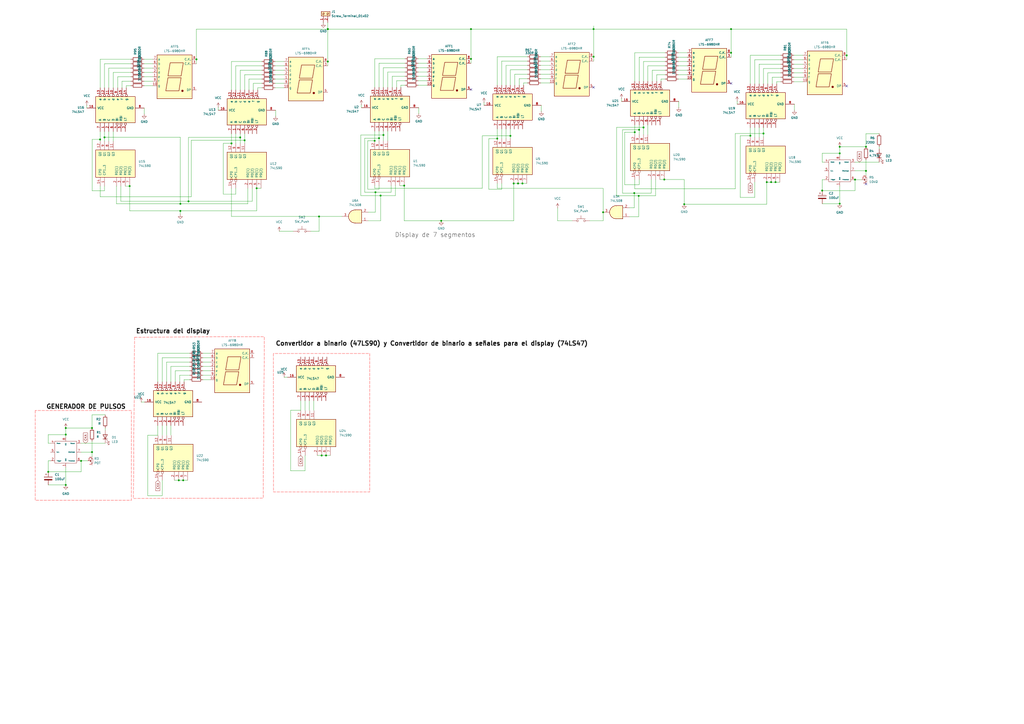
<source format=kicad_sch>
(kicad_sch (version 20250114) (generator "eeschema") (generator_version "9.0")
  (paper "A2")
  (lib_symbols
    (symbol "555_1" (pin_names (offset 1.016))
      (property "Reference" "U1" (at 10.16 8.9602 0))
      (property "Value" "555" (at 10.16 6.4202 0))
      (symbol "555_1_1_1"
        (pin input line (at -8.89 5.08 0) (length 2.54) (name "Reset") (number "4"))
        (pin input line (at -8.89 0 0) (length 2.54) (name "C.V.") (number "5"))
        (pin input line (at -8.89 -5.08 0) (length 2.54) (name "Trigger") (number "2"))
        (pin power_in line (at 0 8.89 270) (length 2.54) (name "VCC") (number "8"))
        (pin power_in line (at 0 -8.89 90) (length 2.54) (name "GND") (number "1"))
        (pin output line (at 8.89 5.08 180) (length 2.54) (name "Output") (number "3"))
        (pin input line (at 8.89 0 180) (length 2.54) (name "Discharge") (number "7"))
        (pin input line (at 8.89 -5.08 180) (length 2.54) (name "Threshold") (number "6"))
      )
    )
    (symbol "74LS47_1" (pin_names (offset 1.016))
      (property "Reference" "U16" (at -17.78 0.3176 0))
      (property "Value" "74LS47" (at -17.78 -2.2224 0))
      (symbol "74LS47_1_1_0"
        (pin power_in line (at -16.256 0 0) (length 5.08) (name "VCC") (number "16"))
        (pin open_collector inverted (at -8.5725 11.7475 270) (length 5.08) (name "a") (number "13"))
        (pin input line (at -8.5725 -13.6525 90) (length 5.08) (name "A") (number "7"))
        (pin open_collector inverted (at -6.0325 11.7475 270) (length 5.08) (name "b") (number "12"))
        (pin input line (at -6.0325 -13.6525 90) (length 5.08) (name "B") (number "1"))
        (pin open_collector inverted (at -3.4925 11.7475 270) (length 5.08) (name "c") (number "11"))
        (pin input line (at -3.4925 -13.6525 90) (length 5.08) (name "C") (number "2"))
        (pin open_collector inverted (at -0.9525 11.7475 270) (length 5.08) (name "d") (number "10"))
        (pin input line (at -0.9525 -13.6525 90) (length 5.08) (name "D") (number "6"))
        (pin input inverted (at 1.27 -13.716 90) (length 5.08) (name "BI") (number "4"))
        (pin open_collector inverted (at 1.5875 11.7475 270) (length 5.08) (name "e") (number "9"))
        (pin input inverted (at 3.556 -13.716 90) (length 5.08) (name "RBI") (number "5"))
        (pin open_collector inverted (at 4.1275 11.7475 270) (length 5.08) (name "f") (number "15"))
        (pin input inverted (at 6.096 -13.716 90) (length 5.08) (name "LT") (number "3"))
        (pin open_collector inverted (at 6.6675 11.7475 270) (length 5.08) (name "g") (number "14"))
        (pin power_in line (at 17.018 0 180) (length 5.08) (name "GND") (number "8"))
      )
    )
    (symbol "74LS47_2" (pin_names (offset 1.016))
      (property "Reference" "U23" (at -18.2879 2.865 0))
      (property "Value" "74LS47" (at -17.78 -2.2224 0))
      (symbol "74LS47_2_1_0"
        (pin power_in line (at -16.256 0 0) (length 5.08) (name "VCC") (number "16"))
        (pin open_collector inverted (at -8.5725 11.7475 270) (length 5.08) (name "a") (number "13"))
        (pin input line (at -8.5725 -13.6525 90) (length 5.08) (name "A") (number "7"))
        (pin open_collector inverted (at -6.0325 11.7475 270) (length 5.08) (name "b") (number "12"))
        (pin input line (at -6.0325 -13.6525 90) (length 5.08) (name "B") (number "1"))
        (pin open_collector inverted (at -3.4925 11.7475 270) (length 5.08) (name "c") (number "11"))
        (pin input line (at -3.4925 -13.6525 90) (length 5.08) (name "C") (number "2"))
        (pin open_collector inverted (at -0.9525 11.7475 270) (length 5.08) (name "d") (number "10"))
        (pin input line (at -0.9525 -13.6525 90) (length 5.08) (name "D") (number "6"))
        (pin input inverted (at 1.27 -13.716 90) (length 5.08) (name "BI") (number "4"))
        (pin open_collector inverted (at 1.5875 11.7475 270) (length 5.08) (name "e") (number "9"))
        (pin input inverted (at 3.556 -13.716 90) (length 5.08) (name "RBI") (number "5"))
        (pin open_collector inverted (at 4.1275 11.7475 270) (length 5.08) (name "f") (number "15"))
        (pin input inverted (at 6.096 -13.716 90) (length 5.08) (name "LT") (number "3"))
        (pin open_collector inverted (at 6.6675 11.7475 270) (length 5.08) (name "g") (number "14"))
        (pin power_in line (at 17.018 0 180) (length 5.08) (name "GND") (number "8"))
      )
    )
    (symbol "74LS47_3" (pin_names (offset 1.016))
      (property "Reference" "U21" (at -17.78 0.3176 0))
      (property "Value" "74LS47" (at -17.78 -2.2224 0))
      (symbol "74LS47_3_1_0"
        (pin power_in line (at -16.256 0 0) (length 5.08) (name "VCC") (number "16"))
        (pin open_collector inverted (at -8.5725 11.7475 270) (length 5.08) (name "a") (number "13"))
        (pin input line (at -8.5725 -13.6525 90) (length 5.08) (name "A") (number "7"))
        (pin open_collector inverted (at -6.0325 11.7475 270) (length 5.08) (name "b") (number "12"))
        (pin input line (at -6.0325 -13.6525 90) (length 5.08) (name "B") (number "1"))
        (pin open_collector inverted (at -3.4925 11.7475 270) (length 5.08) (name "c") (number "11"))
        (pin input line (at -3.4925 -13.6525 90) (length 5.08) (name "C") (number "2"))
        (pin open_collector inverted (at -0.9525 11.7475 270) (length 5.08) (name "d") (number "10"))
        (pin input line (at -0.9525 -13.6525 90) (length 5.08) (name "D") (number "6"))
        (pin input inverted (at 1.27 -13.716 90) (length 5.08) (name "BI") (number "4"))
        (pin open_collector inverted (at 1.5875 11.7475 270) (length 5.08) (name "e") (number "9"))
        (pin input inverted (at 3.556 -13.716 90) (length 5.08) (name "RBI") (number "5"))
        (pin open_collector inverted (at 4.1275 11.7475 270) (length 5.08) (name "f") (number "15"))
        (pin input inverted (at 6.096 -13.716 90) (length 5.08) (name "LT") (number "3"))
        (pin open_collector inverted (at 6.6675 11.7475 270) (length 5.08) (name "g") (number "14"))
        (pin power_in line (at 17.018 0 180) (length 5.08) (name "GND") (number "8"))
      )
    )
    (symbol "74LS47_4" (pin_names (offset 1.016))
      (property "Reference" "U19" (at -17.3681 -2.4434 0))
      (property "Value" "74LS47" (at -17.3681 -4.9834 0))
      (symbol "74LS47_4_1_0"
        (pin power_in line (at -16.256 0 0) (length 5.08) (name "VCC") (number "16"))
        (pin open_collector inverted (at -8.5725 11.7475 270) (length 5.08) (name "a") (number "13"))
        (pin input line (at -8.5725 -13.6525 90) (length 5.08) (name "A") (number "7"))
        (pin open_collector inverted (at -6.0325 11.7475 270) (length 5.08) (name "b") (number "12"))
        (pin input line (at -6.0325 -13.6525 90) (length 5.08) (name "B") (number "1"))
        (pin open_collector inverted (at -3.4925 11.7475 270) (length 5.08) (name "c") (number "11"))
        (pin input line (at -3.4925 -13.6525 90) (length 5.08) (name "C") (number "2"))
        (pin open_collector inverted (at -0.9525 11.7475 270) (length 5.08) (name "d") (number "10"))
        (pin input line (at -0.9525 -13.6525 90) (length 5.08) (name "D") (number "6"))
        (pin input inverted (at 1.27 -13.716 90) (length 5.08) (name "BI") (number "4"))
        (pin open_collector inverted (at 1.5875 11.7475 270) (length 5.08) (name "e") (number "9"))
        (pin input inverted (at 3.556 -13.716 90) (length 5.08) (name "RBI") (number "5"))
        (pin open_collector inverted (at 4.1275 11.7475 270) (length 5.08) (name "f") (number "15"))
        (pin input inverted (at 6.096 -13.716 90) (length 5.08) (name "LT") (number "3"))
        (pin open_collector inverted (at 6.6675 11.7475 270) (length 5.08) (name "g") (number "14"))
        (pin power_in line (at 17.018 0 180) (length 5.08) (name "GND") (number "8"))
      )
    )
    (symbol "74LS47_5" (pin_names (offset 1.016))
      (property "Reference" "U7" (at -17.78 0.3176 0))
      (property "Value" "74LS47" (at -17.78 -2.2224 0))
      (symbol "74LS47_5_1_0"
        (pin power_in line (at -16.256 0 0) (length 5.08) (name "VCC") (number "16"))
        (pin open_collector inverted (at -8.5725 11.7475 270) (length 5.08) (name "a") (number "13"))
        (pin input line (at -8.5725 -13.6525 90) (length 5.08) (name "A") (number "7"))
        (pin open_collector inverted (at -6.0325 11.7475 270) (length 5.08) (name "b") (number "12"))
        (pin input line (at -6.0325 -13.6525 90) (length 5.08) (name "B") (number "1"))
        (pin open_collector inverted (at -3.4925 11.7475 270) (length 5.08) (name "c") (number "11"))
        (pin input line (at -3.4925 -13.6525 90) (length 5.08) (name "C") (number "2"))
        (pin open_collector inverted (at -0.9525 11.7475 270) (length 5.08) (name "d") (number "10"))
        (pin input line (at -0.9525 -13.6525 90) (length 5.08) (name "D") (number "6"))
        (pin input inverted (at 1.27 -13.716 90) (length 5.08) (name "BI") (number "4"))
        (pin open_collector inverted (at 1.5875 11.7475 270) (length 5.08) (name "e") (number "9"))
        (pin input inverted (at 3.556 -13.716 90) (length 5.08) (name "RBI") (number "5"))
        (pin open_collector inverted (at 4.1275 11.7475 270) (length 5.08) (name "f") (number "15"))
        (pin input inverted (at 6.096 -13.716 90) (length 5.08) (name "LT") (number "3"))
        (pin open_collector inverted (at 6.6675 11.7475 270) (length 5.08) (name "g") (number "14"))
        (pin power_in line (at 17.018 0 180) (length 5.08) (name "GND") (number "8"))
      )
    )
    (symbol "74LS47_6" (pin_names (offset 1.016))
      (property "Reference" "U2" (at -17.78 0.3176 0))
      (property "Value" "74LS47" (at -17.78 -2.2224 0))
      (symbol "74LS47_6_1_0"
        (pin power_in line (at -16.256 0 0) (length 5.08) (name "VCC") (number "16"))
        (pin open_collector inverted (at -8.5725 11.7475 270) (length 5.08) (name "a") (number "13"))
        (pin input line (at -8.5725 -13.6525 90) (length 5.08) (name "A") (number "7"))
        (pin open_collector inverted (at -6.0325 11.7475 270) (length 5.08) (name "b") (number "12"))
        (pin input line (at -6.0325 -13.6525 90) (length 5.08) (name "B") (number "1"))
        (pin open_collector inverted (at -3.4925 11.7475 270) (length 5.08) (name "c") (number "11"))
        (pin input line (at -3.4925 -13.6525 90) (length 5.08) (name "C") (number "2"))
        (pin open_collector inverted (at -0.9525 11.7475 270) (length 5.08) (name "d") (number "10"))
        (pin input line (at -0.9525 -13.6525 90) (length 5.08) (name "D") (number "6"))
        (pin input inverted (at 1.27 -13.716 90) (length 5.08) (name "BI") (number "4"))
        (pin open_collector inverted (at 1.5875 11.7475 270) (length 5.08) (name "e") (number "9"))
        (pin input inverted (at 3.556 -13.716 90) (length 5.08) (name "RBI") (number "5"))
        (pin open_collector inverted (at 4.1275 11.7475 270) (length 5.08) (name "f") (number "15"))
        (pin input inverted (at 6.096 -13.716 90) (length 5.08) (name "LT") (number "3"))
        (pin open_collector inverted (at 6.6675 11.7475 270) (length 5.08) (name "g") (number "14"))
        (pin power_in line (at 17.018 0 180) (length 5.08) (name "GND") (number "8"))
      )
    )
    (symbol "74LS47_7" (pin_names (offset 1.016))
      (property "Reference" "U13" (at -17.78 0.3176 0))
      (property "Value" "74LS47" (at -17.78 -2.2224 0))
      (symbol "74LS47_7_1_0"
        (pin power_in line (at -16.256 0 0) (length 5.08) (name "VCC") (number "16"))
        (pin open_collector inverted (at -8.5725 11.7475 270) (length 5.08) (name "a") (number "13"))
        (pin input line (at -8.5725 -13.6525 90) (length 5.08) (name "A") (number "7"))
        (pin open_collector inverted (at -6.0325 11.7475 270) (length 5.08) (name "b") (number "12"))
        (pin input line (at -6.0325 -13.6525 90) (length 5.08) (name "B") (number "1"))
        (pin open_collector inverted (at -3.4925 11.7475 270) (length 5.08) (name "c") (number "11"))
        (pin input line (at -3.4925 -13.6525 90) (length 5.08) (name "C") (number "2"))
        (pin open_collector inverted (at -0.9525 11.7475 270) (length 5.08) (name "d") (number "10"))
        (pin input line (at -0.9525 -13.6525 90) (length 5.08) (name "D") (number "6"))
        (pin input inverted (at 1.27 -13.716 90) (length 5.08) (name "BI") (number "4"))
        (pin open_collector inverted (at 1.5875 11.7475 270) (length 5.08) (name "e") (number "9"))
        (pin input inverted (at 3.556 -13.716 90) (length 5.08) (name "RBI") (number "5"))
        (pin open_collector inverted (at 4.1275 11.7475 270) (length 5.08) (name "f") (number "15"))
        (pin input inverted (at 6.096 -13.716 90) (length 5.08) (name "LT") (number "3"))
        (pin open_collector inverted (at 6.6675 11.7475 270) (length 5.08) (name "g") (number "14"))
        (pin power_in line (at 17.018 0 180) (length 5.08) (name "GND") (number "8"))
      )
    )
    (symbol "74LS90_1" (pin_names (offset 1.016))
      (property "Reference" "U2" (at -15.875 1.5083 90))
      (property "Value" "74LS90" (at -13.335 1.5083 90))
      (symbol "74LS90_1_1_0"
        (pin output line (at -8.255 12.065 270) (length 5.08) (name "Q0") (number "12"))
        (pin input inverted_clock (at -8.255 -13.97 90) (length 5.08) (name "CP0") (number "14"))
        (pin output line (at -5.715 12.065 270) (length 5.08) (name "Q1") (number "9"))
        (pin input inverted_clock (at -5.715 -13.97 90) (length 5.08) (name "CP1..3") (number "1"))
        (pin output line (at -3.175 12.065 270) (length 5.08) (name "Q2") (number "8"))
        (pin output line (at -0.635 12.065 270) (length 5.08) (name "Q3") (number "11"))
        (pin input line (at 1.27 -13.97 90) (length 5.08) (name "R0(1)") (number "2"))
        (pin input line (at 3.81 -13.97 90) (length 5.08) (name "R0(2)") (number "3"))
        (pin input line (at 6.35 -13.97 90) (length 5.08) (name "R9(1)") (number "6"))
        (pin input line (at 8.89 -13.97 90) (length 5.08) (name "R9(2)") (number "7"))
      )
    )
    (symbol "74LS90_2" (pin_names (offset 1.016))
      (property "Reference" "U15" (at 13.97 0.3176 0))
      (property "Value" "74LS90" (at 13.97 -2.2224 0))
      (symbol "74LS90_2_1_0"
        (pin output line (at -8.255 12.065 270) (length 5.08) (name "Q0") (number "12"))
        (pin input line (at -8.255 -13.97 90) (length 5.08) (name "CP0") (number "14"))
        (pin output line (at -5.715 12.065 270) (length 5.08) (name "Q1") (number "9"))
        (pin input line (at -5.715 -13.97 90) (length 5.08) (name "CP1..3") (number "1"))
        (pin output line (at -3.175 12.065 270) (length 5.08) (name "Q2") (number "8"))
        (pin output line (at -0.635 12.065 270) (length 5.08) (name "Q3") (number "11"))
        (pin input line (at 1.27 -13.97 90) (length 5.08) (name "R0(1)") (number "2"))
        (pin input line (at 3.81 -13.97 90) (length 5.08) (name "R0(2)") (number "3"))
        (pin input line (at 6.35 -13.97 90) (length 5.08) (name "R9(1)") (number "6"))
        (pin input line (at 8.89 -13.97 90) (length 5.08) (name "R9(2)") (number "7"))
      )
    )
    (symbol "74xx:74LS08" (pin_names (offset 1.016))
      (property "Reference" "U" (at 0 1.27 0))
      (property "Value" "74LS08" (at 0 -1.27 0))
      (symbol "74LS08_1_1"
        (pin input line (at -7.62 2.54 0) (length 3.81) (name "~") (number "1"))
        (pin input line (at -7.62 -2.54 0) (length 3.81) (name "~") (number "2"))
        (pin output line (at 7.62 0 180) (length 3.81) (name "~") (number "3"))
      )
      (symbol "74LS08_1_2"
        (pin input inverted (at -7.62 2.54 0) (length 4.318) (name "~") (number "1"))
        (pin input inverted (at -7.62 -2.54 0) (length 4.318) (name "~") (number "2"))
        (pin output inverted (at 7.62 0 180) (length 3.81) (name "~") (number "3"))
      )
      (symbol "74LS08_2_1"
        (pin input line (at -7.62 2.54 0) (length 3.81) (name "~") (number "4"))
        (pin input line (at -7.62 -2.54 0) (length 3.81) (name "~") (number "5"))
        (pin output line (at 7.62 0 180) (length 3.81) (name "~") (number "6"))
      )
      (symbol "74LS08_2_2"
        (pin input inverted (at -7.62 2.54 0) (length 4.318) (name "~") (number "4"))
        (pin input inverted (at -7.62 -2.54 0) (length 4.318) (name "~") (number "5"))
        (pin output inverted (at 7.62 0 180) (length 3.81) (name "~") (number "6"))
      )
      (symbol "74LS08_3_1"
        (pin input line (at -7.62 2.54 0) (length 3.81) (name "~") (number "9"))
        (pin input line (at -7.62 -2.54 0) (length 3.81) (name "~") (number "10"))
        (pin output line (at 7.62 0 180) (length 3.81) (name "~") (number "8"))
      )
      (symbol "74LS08_3_2"
        (pin input inverted (at -7.62 2.54 0) (length 4.318) (name "~") (number "9"))
        (pin input inverted (at -7.62 -2.54 0) (length 4.318) (name "~") (number "10"))
        (pin output inverted (at 7.62 0 180) (length 3.81) (name "~") (number "8"))
      )
      (symbol "74LS08_4_1"
        (pin input line (at -7.62 2.54 0) (length 3.81) (name "~") (number "12"))
        (pin input line (at -7.62 -2.54 0) (length 3.81) (name "~") (number "13"))
        (pin output line (at 7.62 0 180) (length 3.81) (name "~") (number "11"))
      )
      (symbol "74LS08_4_2"
        (pin input inverted (at -7.62 2.54 0) (length 4.318) (name "~") (number "12"))
        (pin input inverted (at -7.62 -2.54 0) (length 4.318) (name "~") (number "13"))
        (pin output inverted (at 7.62 0 180) (length 3.81) (name "~") (number "11"))
      )
      (symbol "74LS08_5_0"
        (pin power_in line (at 0 12.7 270) (length 5.08) (name "VCC") (number "14"))
        (pin power_in line (at 0 -12.7 90) (length 5.08) (name "GND") (number "7"))
      )
    )
    (symbol "Connector:Screw_Terminal_01x02" (pin_names (offset 1.016) (hide yes))
      (property "Reference" "J" (at 0 2.54 0))
      (property "Value" "Screw_Terminal_01x02" (at 0 -5.08 0))
      (symbol "Screw_Terminal_01x02_1_1"
        (pin passive line (at -5.08 0 0) (length 3.81) (name "Pin_1") (number "1"))
        (pin passive line (at -5.08 -2.54 0) (length 3.81) (name "Pin_2") (number "2"))
      )
    )
    (symbol "Device:C_Polarized" (pin_numbers (hide yes)) (pin_names (offset 0.254))
      (property "Reference" "C" (at 0.635 2.54 0))
      (property "Value" "C_Polarized" (at 0.635 -2.54 0))
      (symbol "C_Polarized_1_1"
        (pin passive line (at 0 3.81 270) (length 2.794) (name "~") (number "1"))
        (pin passive line (at 0 -3.81 90) (length 2.794) (name "~") (number "2"))
      )
    )
    (symbol "Device:LED" (pin_numbers (hide yes)) (pin_names (offset 1.016) (hide yes))
      (property "Reference" "D" (at 0 2.54 0))
      (property "Value" "LED" (at 0 -2.54 0))
      (symbol "LED_1_1"
        (pin passive line (at -3.81 0 0) (length 2.54) (name "K") (number "1"))
        (pin passive line (at 3.81 0 180) (length 2.54) (name "A") (number "2"))
      )
    )
    (symbol "Device:R" (pin_numbers (hide yes)) (pin_names (offset 0))
      (property "Reference" "R" (at 2.032 0 90))
      (property "Value" "R" (at 0 0 90))
      (symbol "R_1_1"
        (pin passive line (at 0 3.81 270) (length 1.27) (name "~") (number "1"))
        (pin passive line (at 0 -3.81 90) (length 1.27) (name "~") (number "2"))
      )
    )
    (symbol "Display_Character:LTS-6980HR"
      (property "Reference" "AFF" (at -7.874 13.97 0))
      (property "Value" "LTS-6980HR" (at 4.064 13.97 0))
      (symbol "LTS-6980HR_1_1"
        (pin passive line (at -12.7 10.16 0) (length 2.54) (name "a") (number "7"))
        (pin passive line (at -12.7 7.62 0) (length 2.54) (name "b") (number "6"))
        (pin passive line (at -12.7 5.08 0) (length 2.54) (name "c") (number "4"))
        (pin passive line (at -12.7 2.54 0) (length 2.54) (name "d") (number "2"))
        (pin passive line (at -12.7 0 0) (length 2.54) (name "e") (number "1"))
        (pin passive line (at -12.7 -2.54 0) (length 2.54) (name "f") (number "9"))
        (pin passive line (at -12.7 -5.08 0) (length 2.54) (name "g") (number "10"))
        (pin passive line (at 12.7 10.16 180) (length 2.54) (name "C.K.") (number "8"))
        (pin passive line (at 12.7 7.62 180) (length 2.54) (name "C.K.") (number "3"))
        (pin passive line (at 12.7 -7.62 180) (length 2.54) (name "DP") (number "5"))
      )
    )
    (symbol "EESTN5:POT" (pin_names (offset 1.016) (hide yes))
      (property "Reference" "R" (at 0 -1.27 0))
      (property "Value" "POT" (at 0 -3.81 0))
      (symbol "POT_1_1"
        (pin passive line (at -2.54 0 0) (length 1.27) (name "1") (number "1"))
        (pin passive line (at 0 2.54 270) (length 1.524) (name "2") (number "2"))
        (pin passive line (at 2.54 0 180) (length 1.27) (name "3") (number "3"))
      )
    )
    (symbol "Switch:SW_Push" (pin_numbers (hide yes)) (pin_names (offset 1.016) (hide yes))
      (property "Reference" "SW" (at 1.27 2.54 0))
      (property "Value" "SW_Push" (at 0 -1.524 0))
      (symbol "SW_Push_0_1"
        (pin passive line (at -5.08 0 0) (length 2.54) (name "1") (number "1"))
        (pin passive line (at 5.08 0 180) (length 2.54) (name "2") (number "2"))
      )
    )
    (symbol "power:GND" (power) (pin_numbers (hide yes)) (pin_names (offset 0) (hide yes))
      (property "Value" "GND" (at 0 -3.81 0))
      (symbol "GND_1_1"
        (pin power_in line (at 0 0 270) (length 0) (name "~") (number "1"))
      )
    )
    (symbol "power:VCC" (power) (pin_numbers (hide yes)) (pin_names (offset 0) (hide yes))
      (property "Value" "VCC" (at 0 3.556 0))
      (symbol "VCC_1_1"
        (pin power_in line (at 0 0 90) (length 0) (name "~") (number "1"))
      )
    )
  )
  (junction (at 487.1024 88.9517))
  (junction (at 491.1427 32.1241))
  (junction (at 424.0867 16.8752))
  (junction (at 141.8927 81.3846))
  (junction (at 344.3307 16.8752))
  (junction (at 424.0867 30.6001))
  (junction (at 273.2107 16.8752))
  (junction (at 255.9398 128.0851))
  (junction (at 190.1527 35.6801))
  (junction (at 349.8529 123.1244))
  (junction (at 435.2627 78.6973))
  (junction (at 217.7859 111.5115))
  (junction (at 447.3277 105.6571))
  (junction (at 109.34 116.8002))
  (junction (at 104.6308 118.2327))
  (junction (at 476.9424 110.5417))
  (junction (at 370.7467 75.2721))
  (junction (at 296.0707 78.7942))
  (junction (at 368.2067 76.6801))
  (junction (at 288.4507 80.3841))
  (junction (at 189.1306 264.2095))
  (junction (at 148.8777 109.2131))
  (junction (at 367.9214 112.0104))
  (junction (at 27.9839 273.689))
  (junction (at 222.4107 78.3122))
  (junction (at 442.8827 77.4366))
  (junction (at 370.5055 113.6113))
  (junction (at 134.2727 83.1781))
  (junction (at 487.1024 85.1417))
  (junction (at 38.1439 248.289))
  (junction (at 113.9527 34.4101))
  (junction (at 373.2867 73.9239))
  (junction (at 297.9757 106.4191))
  (junction (at 220.7632 113.4495))
  (junction (at 190.1527 16.9007))
  (junction (at 385.3517 104.1331))
  (junction (at 60.6127 79.6657))
  (junction (at 75.2177 107.9431))
  (junction (at 487.1024 118.1617))
  (junction (at 139.3527 79.7216))
  (junction (at 219.8707 80.1659))
  (junction (at 396.9089 118.4564))
  (junction (at 106.2623 278.616))
  (junction (at 495.9924 104.1917))
  (junction (at 58.0727 80.8915))
  (junction (at 234.4757 107.6891))
  (junction (at 47.0339 267.339))
  (junction (at 502.3424 85.1417))
  (junction (at 38.1439 252.099))
  (junction (at 300.5157 106.4191))
  (junction (at 186.5906 264.2095))
  (junction (at 53.3839 248.289))
  (junction (at 449.8677 105.6571))
  (junction (at 103.7223 278.616))
  (junction (at 273.2107 34.1561))
  (junction (at 38.1439 281.309))
  (junction (at 344.3307 32.8861))
  (junction (at 217.3307 81.6541))
  (junction (at 185.0782 125.5696))
  (junction (at 444.7877 105.6571))
  (junction (at 53.3839 262.259))
  (junction (at 104.6051 122.3475))
  (junction (at 303.0557 106.4191))
  (junction (at 190.1527 16.8752))
  (junction (at 502.3424 99.1117))
  (no_connect (at 273.2107 51.9361))
  (no_connect (at 344.3307 50.6661))
  (no_connect (at 491.1427 49.9041))
  (no_connect (at 424.0867 48.3801))
  (no_connect (at 502.3424 106.7317))
  (wire (pts (xy 297.9757 128.0851) (xy 297.9757 106.4191)))
  (wire (pts (xy 373.2867 35.6801) (xy 385.8195 35.6801)))
  (wire (pts (xy 362.3181 76.6801) (xy 368.2067 76.6801)))
  (wire (pts (xy 47.0339 267.339) (xy 47.0339 273.689)))
  (wire (pts (xy 502.3424 77.5217) (xy 502.3424 85.1417)))
  (wire (pts (xy 70.7727 47.1101) (xy 70.7727 50.9201)))
  (wire (pts (xy 365.0929 125.6644) (xy 370.5055 125.6644)))
  (wire (pts (xy 344.3307 32.8861) (xy 344.3307 35.4261)))
  (wire (pts (xy 440.3427 37.2041) (xy 440.3427 48.6341)))
  (wire (pts (xy 75.9298 34.4101) (xy 58.0727 34.4101)))
  (wire (pts (xy 176.9386 232.4595) (xy 176.9386 238.0475)))
  (wire (pts (xy 151.9436 48.3801) (xy 146.9727 48.3801)))
  (wire (pts (xy 209.6472 60.6893) (xy 209.6472 62.4136)))
  (wire (pts (xy 290.9907 74.7961) (xy 290.9907 80.3841)))
  (wire (pts (xy 136.8127 52.1901) (xy 136.8127 38.2201)))
  (wire (pts (xy 27.9839 273.689) (xy 47.0339 273.689)))
  (wire (pts (xy 452.9073 37.2041) (xy 440.3427 37.2041)))
  (wire (pts (xy 139.3527 40.7601) (xy 139.3527 52.1901)))
  (wire (pts (xy 242.5886 49.3961) (xy 247.8107 49.3961)))
  (wire (pts (xy 136.8127 38.2201) (xy 151.9436 38.2201)))
  (wire (pts (xy 313.593 37.9661) (xy 318.9307 37.9661)))
  (wire (pts (xy 176.9386 273.0995) (xy 168.5566 273.0995)))
  (wire (pts (xy 452.9073 42.2841) (xy 445.4227 42.2841)))
  (wire (pts (xy 70.1377 107.9431) (xy 70.1377 116.8002)))
  (wire (pts (xy 380.9067 43.3001) (xy 385.8195 43.3001)))
  (wire (pts (xy 370.5055 125.6644) (xy 370.5055 113.6113)))
  (wire (pts (xy 452.9285 47.3641) (xy 450.5027 47.3641)))
  (wire (pts (xy 370.7467 33.1401) (xy 370.7467 47.1101)))
  (wire (pts (xy 377.7317 104.1331) (xy 377.7317 112.0104)))
  (wire (pts (xy 452.9073 32.1241) (xy 435.2627 32.1241)))
  (wire (pts (xy 378.3667 47.1101) (xy 378.3667 40.7601)))
  (wire (pts (xy 190.1527 16.8752) (xy 113.9527 16.8752)))
  (wire (pts (xy 222.4107 39.2361) (xy 222.4107 50.6661)))
  (wire (pts (xy 60.6127 36.9501) (xy 75.9298 36.9501)))
  (wire (pts (xy 211.5376 80.1659) (xy 219.8707 80.1659)))
  (wire (pts (xy 106.2623 278.616) (xy 108.8023 278.616)))
  (wire (pts (xy 96.6103 210.036) (xy 96.6103 221.466)))
  (wire (pts (xy 136.8127 112.5835) (xy 129.5661 112.5835)))
  (wire (pts (xy 509.9624 77.5217) (xy 502.3424 77.5217)))
  (wire (pts (xy 104.6308 118.2327) (xy 143.7977 118.2327)))
  (wire (pts (xy 288.4507 32.8861) (xy 288.4507 49.3961)))
  (wire (pts (xy 424.0867 30.6001) (xy 424.0867 33.1401)))
  (wire (pts (xy 83.6632 62.6676) (xy 83.6632 66.1878)))
  (wire (pts (xy 109.34 116.8002) (xy 146.3377 116.8002)))
  (wire (pts (xy 460.5273 37.2041) (xy 465.7427 37.2041)))
  (wire (pts (xy 110.0723 204.956) (xy 91.5303 204.956)))
  (wire (pts (xy 296.0707 49.3961) (xy 296.0707 40.5061)))
  (wire (pts (xy 370.7467 107.0897) (xy 362.3181 107.0897)))
  (wire (pts (xy 476.9424 94.0317) (xy 476.9424 88.9517)))
  (wire (pts (xy 435.2627 32.1241) (xy 435.2627 48.6341)))
  (wire (pts (xy 94.0703 246.866) (xy 94.0703 252.454)))
  (wire (pts (xy 476.9424 104.1917) (xy 478.2124 104.1917)))
  (wire (pts (xy 85.6883 287.506) (xy 85.6883 252.454)))
  (wire (pts (xy 229.3957 107.6891) (xy 229.3957 113.4495)))
  (wire (pts (xy 65.6927 50.9201) (xy 65.6927 42.0301)))
  (wire (pts (xy 60.6127 107.9431) (xy 60.6127 110.6644)))
  (wire (pts (xy 72.6777 107.9431) (xy 75.2177 107.9431)))
  (wire (pts (xy 53.3839 255.909) (xy 53.3839 262.259)))
  (wire (pts (xy 190.1376 16.9007) (xy 190.1527 16.9007)))
  (wire (pts (xy 368.2067 47.1101) (xy 368.2067 30.6001)))
  (wire (pts (xy 67.5753 118.2327) (xy 104.6308 118.2327)))
  (wire (pts (xy 103.7223 278.616) (xy 106.2623 278.616)))
  (wire (pts (xy 442.8827 77.4366) (xy 442.8827 74.0341)))
  (wire (pts (xy 242.5674 34.1561) (xy 247.8107 34.1561)))
  (wire (pts (xy 367.9214 120.5844) (xy 365.0929 120.5844)))
  (wire (pts (xy 168.5566 238.0475) (xy 174.3986 238.0475)))
  (wire (pts (xy 219.8707 50.6661) (xy 219.8707 36.6961)))
  (wire (pts (xy 83.5498 34.4101) (xy 88.5527 34.4101)))
  (wire (pts (xy 449.8677 105.6571) (xy 452.4077 105.6571)))
  (wire (pts (xy 27.9839 257.179) (xy 27.9839 252.099)))
  (wire (pts (xy 141.8927 43.3001) (xy 151.9436 43.3001)))
  (wire (pts (xy 180.2495 134.2119) (xy 185.0782 134.2119)))
  (wire (pts (xy 151.9648 50.9201) (xy 149.5127 50.9201)))
  (wire (pts (xy 209.3468 113.4495) (xy 209.3468 78.3122)))
  (wire (pts (xy 219.8707 76.0661) (xy 219.8707 80.1659)))
  (wire (pts (xy 273.2107 16.8752) (xy 190.1527 16.8752)))
  (wire (pts (xy 217.3307 109.2039) (xy 279.7987 109.2039)))
  (wire (pts (xy 380.9067 47.1101) (xy 380.9067 43.3001)))
  (wire (pts (xy 370.7467 75.2721) (xy 370.7467 78.0981)))
  (wire (pts (xy 460.5273 44.8241) (xy 465.7427 44.8241)))
  (wire (pts (xy 83.5498 47.1101) (xy 88.5527 47.1101)))
  (wire (pts (xy 460.8532 60.3816) (xy 460.8532 63.9018)))
  (wire (pts (xy 101.6903 215.116) (xy 101.6903 221.466)))
  (wire (pts (xy 139.3527 77.5901) (xy 139.3527 79.7216)))
  (wire (pts (xy 495.9924 99.1117) (xy 502.3424 99.1117)))
  (wire (pts (xy 83.571 49.6501) (xy 88.5527 49.6501)))
  (wire (pts (xy 396.87 104.1331) (xy 396.87 118.4564)))
  (wire (pts (xy 385.8407 45.8401) (xy 383.4467 45.8401)))
  (wire (pts (xy 290.9907 35.4261) (xy 305.973 35.4261)))
  (wire (pts (xy 94.0703 287.506) (xy 85.6883 287.506)))
  (wire (pts (xy 104.2303 217.656) (xy 104.2303 221.466)))
  (wire (pts (xy 357.6518 113.6113) (xy 357.6518 73.9239)))
  (wire (pts (xy 190.1376 13.0834) (xy 190.1376 16.9007)))
  (wire (pts (xy 146.3377 109.2131) (xy 146.3377 116.8002)))
  (wire (pts (xy 198.3811 125.5696) (xy 185.0782 125.5696)))
  (wire (pts (xy 273.2107 16.8752) (xy 273.2107 34.1561)))
  (wire (pts (xy 213.6211 128.1096) (xy 220.7632 128.1096)))
  (wire (pts (xy 91.5303 246.866) (xy 91.5303 252.454)))
  (wire (pts (xy 476.9424 110.5417) (xy 495.9924 110.5417)))
  (wire (pts (xy 298.6107 43.0461) (xy 298.6107 49.3961)))
  (wire (pts (xy 305.973 37.9661) (xy 293.5307 37.9661)))
  (wire (pts (xy 349.8529 128.0729) (xy 349.8529 123.1244)))
  (wire (pts (xy 230.0307 46.8561) (xy 230.0307 50.6661)))
  (wire (pts (xy 427.5792 58.6573) (xy 427.5792 60.3816)))
  (wire (pts (xy 393.4395 38.2201) (xy 398.6867 38.2201)))
  (wire (pts (xy 60.6127 76.3201) (xy 60.6127 79.6657)))
  (wire (pts (xy 113.9527 34.4101) (xy 113.9527 36.9501)))
  (wire (pts (xy 293.5307 74.7961) (xy 293.5307 80.3841)))
  (wire (pts (xy 442.8827 79.6221) (xy 442.8827 77.4366)))
  (wire (pts (xy 110.0723 210.036) (xy 96.6103 210.036)))
  (wire (pts (xy 509.9624 94.0317) (xy 495.9924 94.0317)))
  (wire (pts (xy 396.87 104.1331) (xy 385.3517 104.1331)))
  (wire (pts (xy 219.8707 36.6961) (xy 234.9474 36.6961)))
  (wire (pts (xy 27.9839 252.099) (xy 38.1439 252.099)))
  (wire (pts (xy 437.8027 48.6341) (xy 437.8027 34.6641)))
  (wire (pts (xy 148.8777 109.2131) (xy 151.4177 109.2131)))
  (wire (pts (xy 373.2867 73.9239) (xy 373.2867 78.0981)))
  (wire (pts (xy 60.6127 50.9201) (xy 60.6127 36.9501)))
  (wire (pts (xy 487.1024 108.0017) (xy 487.1024 118.1617)))
  (wire (pts (xy 437.8027 74.0341) (xy 437.8027 79.6221)))
  (wire (pts (xy 94.0703 207.496) (xy 94.0703 221.466)))
  (wire (pts (xy 279.7987 78.7942) (xy 296.0707 78.7942)))
  (wire (pts (xy 234.9474 44.3161) (xy 227.4907 44.3161)))
  (wire (pts (xy 117.6923 215.116) (xy 122.0103 215.116)))
  (wire (pts (xy 224.9507 76.0661) (xy 224.9507 81.6541)))
  (wire (pts (xy 184.0506 264.2095) (xy 186.5906 264.2095)))
  (wire (pts (xy 75.951 49.6501) (xy 73.3127 49.6501)))
  (wire (pts (xy 297.9757 106.4191) (xy 300.5157 106.4191)))
  (wire (pts (xy 139.3527 79.7216) (xy 139.3527 83.1781)))
  (wire (pts (xy 303.6907 48.1261) (xy 303.6907 49.3961)))
  (wire (pts (xy 313.6142 48.1261) (xy 318.9307 48.1261)))
  (wire (pts (xy 27.9839 281.309) (xy 38.1439 281.309)))
  (wire (pts (xy 370.7467 72.5101) (xy 370.7467 75.2721)))
  (wire (pts (xy 144.4327 45.8401) (xy 144.4327 52.1901)))
  (wire (pts (xy 437.8027 105.6571) (xy 437.8027 114.5471)))
  (wire (pts (xy 234.9474 39.2361) (xy 222.4107 39.2361)))
  (wire (pts (xy 288.4507 109.2974) (xy 349.8529 109.2974)))
  (wire (pts (xy 305.973 43.0461) (xy 298.6107 43.0461)))
  (wire (pts (xy 375.8267 72.5101) (xy 375.8267 78.0981)))
  (wire (pts (xy 94.0703 278.616) (xy 94.0703 287.506)))
  (wire (pts (xy 126.5892 62.2133) (xy 126.5892 63.9376)))
  (wire (pts (xy 313.593 35.4261) (xy 318.9307 35.4261)))
  (wire (pts (xy 219.8707 107.6891) (xy 219.8707 109.7419)))
  (wire (pts (xy 189.1306 264.2095) (xy 191.6706 264.2095)))
  (wire (pts (xy 83.5498 39.4901) (xy 88.5527 39.4901)))
  (wire (pts (xy 159.5636 45.8401) (xy 164.7527 45.8401)))
  (wire (pts (xy 63.1527 39.4901) (xy 63.1527 50.9201)))
  (wire (pts (xy 293.5307 37.9661) (xy 293.5307 49.3961)))
  (wire (pts (xy 38.1439 248.289) (xy 53.3839 248.289)))
  (wire (pts (xy 447.3277 105.6571) (xy 449.8677 105.6571)))
  (wire (pts (xy 83.5498 44.5701) (xy 88.5527 44.5701)))
  (wire (pts (xy 187.5858 13.4197) (xy 187.5976 13.4197)))
  (wire (pts (xy 141.8927 52.1901) (xy 141.8927 43.3001)))
  (wire (pts (xy 73.3127 49.6501) (xy 73.3127 50.9201)))
  (wire (pts (xy 283.5981 109.8296) (xy 283.5981 80.398)))
  (wire (pts (xy 213.3071 109.7419) (xy 213.3071 81.6541)))
  (wire (pts (xy 368.2067 30.6001) (xy 385.8195 30.6001)))
  (wire (pts (xy 487.1024 85.1417) (xy 502.3424 85.1417)))
  (wire (pts (xy 284.0206 80.3841) (xy 288.4507 80.3841)))
  (wire (pts (xy 368.2067 72.5101) (xy 368.2067 76.6801)))
  (wire (pts (xy 75.2177 107.9431) (xy 75.2177 122.3475)))
  (wire (pts (xy 83.5498 36.9501) (xy 88.5527 36.9501)))
  (wire (pts (xy 385.8195 38.2201) (xy 375.8267 38.2201)))
  (wire (pts (xy 99.1503 246.866) (xy 99.1503 252.454)))
  (wire (pts (xy 234.4757 128.0851) (xy 234.4757 107.6891)))
  (wire (pts (xy 117.6923 207.496) (xy 122.0103 207.496)))
  (wire (pts (xy 495.9924 104.1917) (xy 495.9924 110.5417)))
  (wire (pts (xy 61.0039 240.669) (xy 53.3839 240.669)))
  (wire (pts (xy 290.9907 49.3961) (xy 290.9907 35.4261)))
  (wire (pts (xy 393.4395 43.3001) (xy 398.6867 43.3001)))
  (wire (pts (xy 151.9436 40.7601) (xy 139.3527 40.7601)))
  (wire (pts (xy 67.5753 107.9431) (xy 67.5753 118.2327)))
  (wire (pts (xy 109.34 116.8002) (xy 109.34 79.7216)))
  (wire (pts (xy 151.9436 35.6801) (xy 134.2727 35.6801)))
  (wire (pts (xy 361.1066 112.0104) (xy 361.1066 75.2721)))
  (wire (pts (xy 279.7987 109.2039) (xy 279.7987 78.7942)))
  (wire (pts (xy 305.973 32.8861) (xy 288.4507 32.8861)))
  (wire (pts (xy 134.2727 77.5901) (xy 134.2727 83.1781)))
  (wire (pts (xy 53.3839 262.259) (xy 53.3839 264.799)))
  (wire (pts (xy 460.5273 32.1241) (xy 465.7427 32.1241)))
  (wire (pts (xy 373.2867 72.5101) (xy 373.2867 73.9239)))
  (wire (pts (xy 242.5674 39.2361) (xy 247.8107 39.2361)))
  (wire (pts (xy 146.9727 48.3801) (xy 146.9727 52.1901)))
  (wire (pts (xy 377.7317 112.0104) (xy 367.9214 112.0104)))
  (wire (pts (xy 227.4907 44.3161) (xy 227.4907 50.6661)))
  (wire (pts (xy 117.6923 210.036) (xy 122.0103 210.036)))
  (wire (pts (xy 283.5981 109.8296) (xy 290.9907 109.8296)))
  (wire (pts (xy 104.6051 122.3475) (xy 148.8777 122.3475)))
  (wire (pts (xy 68.2327 44.5701) (xy 68.2327 50.9201)))
  (wire (pts (xy 217.3307 107.6891) (xy 217.3307 109.2039)))
  (wire (pts (xy 190.1527 16.8752) (xy 190.1527 16.9007)))
  (wire (pts (xy 301.1507 45.5861) (xy 305.973 45.5861)))
  (wire (pts (xy 134.2727 125.5696) (xy 134.2727 109.2131)))
  (wire (pts (xy 176.9386 264.2095) (xy 176.9386 273.0995)))
  (wire (pts (xy 213.3071 81.6541) (xy 217.3307 81.6541)))
  (wire (pts (xy 217.7859 123.0296) (xy 217.7859 111.5115)))
  (wire (pts (xy 424.0867 16.8752) (xy 491.1427 16.8752)))
  (wire (pts (xy 242.9212 62.4136) (xy 242.9212 65.9338)))
  (wire (pts (xy 117.6923 220.196) (xy 122.0103 220.196)))
  (wire (pts (xy 296.0707 74.7961) (xy 296.0707 78.7942)))
  (wire (pts (xy 117.6923 204.956) (xy 122.0103 204.956)))
  (wire (pts (xy 460.5273 39.7441) (xy 465.7427 39.7441)))
  (wire (pts (xy 424.0867 16.8752) (xy 424.0867 30.6001)))
  (wire (pts (xy 396.87 118.4564) (xy 396.9089 118.4564)))
  (wire (pts (xy 426.5411 109.5459) (xy 368.2067 109.5459)))
  (wire (pts (xy 187.5976 13.4197) (xy 187.5976 13.0834)))
  (wire (pts (xy 242.5674 36.6961) (xy 247.8107 36.6961)))
  (wire (pts (xy 110.9347 114.1812) (xy 58.0727 114.1812)))
  (wire (pts (xy 385.8195 33.1401) (xy 370.7467 33.1401)))
  (wire (pts (xy 47.0339 267.339) (xy 50.8439 267.339)))
  (wire (pts (xy 224.9507 41.7761) (xy 234.9474 41.7761)))
  (wire (pts (xy 502.3424 99.1117) (xy 502.3424 101.6517)))
  (wire (pts (xy 288.4507 74.7961) (xy 288.4507 80.3841)))
  (wire (pts (xy 129.5661 83.1781) (xy 129.5661 112.5835)))
  (wire (pts (xy 117.6923 212.576) (xy 122.0103 212.576)))
  (wire (pts (xy 110.0723 217.656) (xy 104.2303 217.656)))
  (wire (pts (xy 109.34 79.7216) (xy 139.3527 79.7216)))
  (wire (pts (xy 437.8027 34.6641) (xy 452.9073 34.6641)))
  (wire (pts (xy 141.8927 77.5901) (xy 141.8927 81.3846)))
  (wire (pts (xy 219.8707 109.7419) (xy 213.3071 109.7419)))
  (wire (pts (xy 104.6308 79.6657) (xy 60.6127 79.6657)))
  (wire (pts (xy 104.6308 118.2327) (xy 104.6308 79.6657)))
  (wire (pts (xy 393.4395 40.7601) (xy 398.6867 40.7601)))
  (wire (pts (xy 136.8127 77.5901) (xy 136.8127 83.1781)))
  (wire (pts (xy 491.1427 16.8752) (xy 491.1427 32.1241)))
  (wire (pts (xy 174.3986 232.4595) (xy 174.3986 238.0475)))
  (wire (pts (xy 220.7632 128.1096) (xy 220.7632 113.4495)))
  (wire (pts (xy 502.3424 92.7617) (xy 502.3424 99.1117)))
  (wire (pts (xy 476.9424 110.5417) (xy 476.9424 104.1917)))
  (wire (pts (xy 159.5636 43.3001) (xy 164.7527 43.3001)))
  (wire (pts (xy 81.9294 233.2135) (xy 83.8468 233.2135)))
  (wire (pts (xy 495.9924 104.1917) (xy 499.8024 104.1917)))
  (wire (pts (xy 313.593 43.0461) (xy 318.9307 43.0461)))
  (wire (pts (xy 234.9474 46.8561) (xy 230.0307 46.8561)))
  (wire (pts (xy 476.9424 88.9517) (xy 487.1024 88.9517)))
  (wire (pts (xy 38.1439 271.149) (xy 38.1439 281.309)))
  (wire (pts (xy 440.3427 74.0341) (xy 440.3427 79.6221)))
  (wire (pts (xy 47.0339 262.259) (xy 53.3839 262.259)))
  (wire (pts (xy 58.0727 76.3201) (xy 58.0727 80.8915)))
  (wire (pts (xy 75.9298 47.1101) (xy 70.7727 47.1101)))
  (wire (pts (xy 284.0206 80.398) (xy 284.0206 80.3841)))
  (wire (pts (xy 91.5303 204.956) (xy 91.5303 221.466)))
  (wire (pts (xy 50.3892 61.0071) (xy 50.3892 62.6676)))
  (wire (pts (xy 148.8777 122.3475) (xy 148.8777 109.2131)))
  (wire (pts (xy 280.7672 59.4193) (xy 280.7672 61.1436)))
  (wire (pts (xy 96.6103 246.866) (xy 96.6103 252.454)))
  (wire (pts (xy 134.2727 35.6801) (xy 134.2727 52.1901)))
  (wire (pts (xy 60.6127 110.6644) (xy 53.4256 110.6644)))
  (wire (pts (xy 444.7877 105.6571) (xy 444.7877 118.4564)))
  (wire (pts (xy 313.593 45.5861) (xy 318.9307 45.5861)))
  (wire (pts (xy 232.5707 49.3961) (xy 232.5707 50.6661)))
  (wire (pts (xy 217.3307 76.0661) (xy 217.3307 81.6541)))
  (wire (pts (xy 442.8827 48.6341) (xy 442.8827 39.7441)))
  (wire (pts (xy 447.9627 44.8241) (xy 447.9627 48.6341)))
  (wire (pts (xy 370.7467 104.1331) (xy 370.7467 107.0897)))
  (wire (pts (xy 29.2539 257.179) (xy 27.9839 257.179)))
  (wire (pts (xy 104.6051 124.3642) (xy 104.6051 122.3475)))
  (wire (pts (xy 393.4607 45.8401) (xy 398.6867 45.8401)))
  (wire (pts (xy 476.9424 118.1617) (xy 487.1024 118.1617)))
  (wire (pts (xy 101.1823 278.616) (xy 103.7223 278.616)))
  (wire (pts (xy 141.8927 81.3846) (xy 141.8927 83.1781)))
  (wire (pts (xy 159.5848 50.9201) (xy 164.7527 50.9201)))
  (wire (pts (xy 375.8267 38.2201) (xy 375.8267 47.1101)))
  (wire (pts (xy 220.7632 113.4495) (xy 209.3468 113.4495)))
  (wire (pts (xy 234.9686 49.3961) (xy 232.5707 49.3961)))
  (wire (pts (xy 378.3667 40.7601) (xy 385.8195 40.7601)))
  (wire (pts (xy 110.0723 207.496) (xy 94.0703 207.496)))
  (wire (pts (xy 487.1024 88.9517) (xy 487.1024 90.2217)))
  (wire (pts (xy 143.7977 118.2327) (xy 143.7977 109.2131)))
  (wire (pts (xy 303.0557 106.4191) (xy 305.5957 106.4191)))
  (wire (pts (xy 110.9347 81.3846) (xy 110.9347 114.1812)))
  (wire (pts (xy 226.8557 111.5115) (xy 217.7859 111.5115)))
  (wire (pts (xy 305.9942 48.1261) (xy 303.6907 48.1261)))
  (wire (pts (xy 242.5674 41.7761) (xy 247.8107 41.7761)))
  (wire (pts (xy 186.5906 264.2095) (xy 189.1306 264.2095)))
  (wire (pts (xy 179.4786 232.4595) (xy 179.4786 238.0475)))
  (wire (pts (xy 161.9651 134.2119) (xy 170.0895 134.2119)))
  (wire (pts (xy 27.9839 267.339) (xy 29.2539 267.339)))
  (wire (pts (xy 85.6883 252.454) (xy 91.5303 252.454)))
  (wire (pts (xy 27.9839 273.689) (xy 27.9839 267.339)))
  (wire (pts (xy 226.8557 107.6891) (xy 226.8557 111.5115)))
  (wire (pts (xy 117.6923 217.656) (xy 122.0103 217.656)))
  (wire (pts (xy 70.1377 116.8002) (xy 109.34 116.8002)))
  (wire (pts (xy 159.5636 40.7601) (xy 164.7527 40.7601)))
  (wire (pts (xy 301.1507 49.3961) (xy 301.1507 45.5861)))
  (wire (pts (xy 75.9298 44.5701) (xy 68.2327 44.5701)))
  (wire (pts (xy 185.0782 134.2119) (xy 185.0782 125.5696)))
  (wire (pts (xy 141.8927 81.3846) (xy 110.9347 81.3846)))
  (wire (pts (xy 367.9214 112.0104) (xy 361.1066 112.0104)))
  (wire (pts (xy 190.1527 16.9007) (xy 190.1527 35.6801)))
  (wire (pts (xy 367.9214 112.0104) (xy 367.9214 120.5844)))
  (wire (pts (xy 342.0937 128.0729) (xy 349.8529 128.0729)))
  (wire (pts (xy 313.593 32.8861) (xy 318.9307 32.8861)))
  (wire (pts (xy 75.9298 39.4901) (xy 63.1527 39.4901)))
  (wire (pts (xy 217.7859 111.5115) (xy 211.5376 111.5115)))
  (wire (pts (xy 362.3181 107.0897) (xy 362.3181 76.6801)))
  (wire (pts (xy 58.0727 114.1812) (xy 58.0727 107.9431)))
  (wire (pts (xy 357.6518 73.9239) (xy 373.2867 73.9239)))
  (wire (pts (xy 426.5411 77.4366) (xy 442.8827 77.4366)))
  (wire (pts (xy 445.4227 42.2841) (xy 445.4227 48.6341)))
  (wire (pts (xy 460.5273 42.2841) (xy 465.7427 42.2841)))
  (wire (pts (xy 288.4507 106.4191) (xy 288.4507 109.2974)))
  (wire (pts (xy 182.0186 232.4595) (xy 182.0186 238.0475)))
  (wire (pts (xy 373.2867 47.1101) (xy 373.2867 35.6801)))
  (wire (pts (xy 242.5674 44.3161) (xy 247.8107 44.3161)))
  (wire (pts (xy 323.424 120.6013) (xy 323.424 128.0729)))
  (wire (pts (xy 211.5376 111.5115) (xy 211.5376 80.1659)))
  (wire (pts (xy 491.1427 32.1241) (xy 491.1427 34.6641)))
  (wire (pts (xy 110.0723 215.116) (xy 101.6903 215.116)))
  (wire (pts (xy 478.2124 94.0317) (xy 476.9424 94.0317)))
  (wire (pts (xy 435.2627 78.6973) (xy 435.2627 79.6221)))
  (wire (pts (xy 313.593 40.5061) (xy 318.9307 40.5061)))
  (wire (pts (xy 393.4395 30.6001) (xy 398.6867 30.6001)))
  (wire (pts (xy 393.7972 58.8576) (xy 393.7972 62.3778)))
  (wire (pts (xy 382.8117 104.1331) (xy 385.3517 104.1331)))
  (wire (pts (xy 314.0412 61.1436) (xy 314.0412 64.6638)))
  (wire (pts (xy 452.9073 44.8241) (xy 447.9627 44.8241)))
  (wire (pts (xy 229.3957 113.4495) (xy 220.7632 113.4495)))
  (wire (pts (xy 38.1439 248.289) (xy 38.1439 252.099)))
  (wire (pts (xy 151.9436 45.8401) (xy 144.4327 45.8401)))
  (wire (pts (xy 53.4256 110.6644) (xy 53.4256 80.8915)))
  (wire (pts (xy 344.3307 16.8752) (xy 344.3307 32.8861)))
  (wire (pts (xy 393.4395 35.6801) (xy 398.6867 35.6801)))
  (wire (pts (xy 224.9507 50.6661) (xy 224.9507 41.7761)))
  (wire (pts (xy 349.8529 109.2974) (xy 349.8529 123.1244)))
  (wire (pts (xy 429.4207 78.6973) (xy 435.2627 78.6973)))
  (wire (pts (xy 380.2717 113.6113) (xy 370.5055 113.6113)))
  (wire (pts (xy 60.6127 79.6657) (xy 60.6127 81.9081)))
  (wire (pts (xy 159.5636 35.6801) (xy 164.7527 35.6801)))
  (wire (pts (xy 75.2177 122.3475) (xy 104.6051 122.3475)))
  (wire (pts (xy 283.5981 80.398) (xy 284.0206 80.398)))
  (wire (pts (xy 435.2627 74.0341) (xy 435.2627 78.6973)))
  (wire (pts (xy 383.4467 45.8401) (xy 383.4467 47.1101)))
  (wire (pts (xy 65.6927 42.0301) (xy 75.9298 42.0301)))
  (wire (pts (xy 136.8127 109.2131) (xy 136.8127 112.5835)))
  (wire (pts (xy 370.5055 113.6113) (xy 357.6518 113.6113)))
  (wire (pts (xy 300.5157 106.4191) (xy 303.0557 106.4191)))
  (wire (pts (xy 53.4256 80.8915) (xy 58.0727 80.8915)))
  (wire (pts (xy 113.9527 16.8752) (xy 113.9527 34.4101)))
  (wire (pts (xy 58.0727 34.4101) (xy 58.0727 50.9201)))
  (wire (pts (xy 429.4207 114.5471) (xy 429.4207 78.6973)))
  (wire (pts (xy 444.7877 105.6571) (xy 447.3277 105.6571)))
  (wire (pts (xy 460.5485 47.3641) (xy 465.7427 47.3641)))
  (wire (pts (xy 110.0723 220.196) (xy 106.7703 220.196)))
  (wire (pts (xy 63.1527 76.3201) (xy 63.1527 81.9081)))
  (wire (pts (xy 344.3307 15.0198) (xy 344.3307 16.8752)))
  (wire (pts (xy 255.9398 128.0851) (xy 297.9757 128.0851)))
  (wire (pts (xy 53.3839 240.669) (xy 53.3839 248.289)))
  (wire (pts (xy 361.1066 75.2721) (xy 370.7467 75.2721)))
  (wire (pts (xy 231.9357 107.6891) (xy 234.4757 107.6891)))
  (wire (pts (xy 234.9474 34.1561) (xy 217.3307 34.1561)))
  (wire (pts (xy 159.8632 63.9376) (xy 159.8632 67.4578)))
  (wire (pts (xy 83.5498 42.0301) (xy 88.5527 42.0301)))
  (wire (pts (xy 217.3307 34.1561) (xy 217.3307 50.6661)))
  (wire (pts (xy 185.0782 125.5696) (xy 134.2727 125.5696)))
  (wire (pts (xy 168.5566 273.0995) (xy 168.5566 238.0475)))
  (wire (pts (xy 450.5027 47.3641) (xy 450.5027 48.6341)))
  (wire (pts (xy 442.8827 39.7441) (xy 452.9073 39.7441)))
  (wire (pts (xy 460.5273 34.6641) (xy 465.7427 34.6641)))
  (wire (pts (xy 296.0707 78.7942) (xy 296.0707 80.3841)))
  (wire (pts (xy 213.6211 123.0296) (xy 217.7859 123.0296)))
  (wire (pts (xy 509.9624 85.1417) (xy 509.9624 86.4117)))
  (wire (pts (xy 222.4107 78.3122) (xy 222.4107 81.6541)))
  (wire (pts (xy 234.4757 128.0851) (xy 255.9398 128.0851)))
  (wire (pts (xy 344.3307 16.8752) (xy 424.0867 16.8752)))
  (wire (pts (xy 296.0707 40.5061) (xy 305.973 40.5061)))
  (wire (pts (xy 487.1024 85.1417) (xy 487.1024 88.9517)))
  (wire (pts (xy 290.9907 106.4191) (xy 290.9907 109.8296)))
  (wire (pts (xy 58.0727 80.8915) (xy 58.0727 81.9081)))
  (wire (pts (xy 149.5127 50.9201) (xy 149.5127 52.1901)))
  (wire (pts (xy 437.8027 114.5471) (xy 429.4207 114.5471)))
  (wire (pts (xy 106.7703 220.196) (xy 106.7703 221.466)))
  (wire (pts (xy 159.5636 38.2201) (xy 164.7527 38.2201)))
  (wire (pts (xy 396.9089 118.4564) (xy 444.7877 118.4564)))
  (wire (pts (xy 67.5977 107.9431) (xy 67.5753 107.9431)))
  (wire (pts (xy 159.5636 48.3801) (xy 164.7527 48.3801)))
  (wire (pts (xy 61.0039 257.179) (xy 47.0339 257.179)))
  (wire (pts (xy 209.3468 78.3122) (xy 222.4107 78.3122)))
  (wire (pts (xy 344.3307 16.8752) (xy 273.2107 16.8752)))
  (wire (pts (xy 368.2067 76.6801) (xy 368.2067 78.0981)))
  (wire (pts (xy 222.4107 76.0661) (xy 222.4107 78.3122)))
  (wire (pts (xy 65.6927 76.3201) (xy 65.6927 81.9081)))
  (wire (pts (xy 110.0723 212.576) (xy 99.1503 212.576)))
  (wire (pts (xy 273.2107 34.1561) (xy 273.2107 36.6961)))
  (wire (pts (xy 190.1527 35.6801) (xy 190.1527 38.2201)))
  (wire (pts (xy 242.5674 46.8561) (xy 247.8107 46.8561)))
  (wire (pts (xy 61.0039 248.289) (xy 61.0039 249.559)))
  (wire (pts (xy 129.5661 83.1781) (xy 134.2727 83.1781)))
  (wire (pts (xy 393.4395 33.1401) (xy 398.6867 33.1401)))
  (wire (pts (xy 323.424 128.0729) (xy 331.9337 128.0729)))
  (wire (pts (xy 99.1503 212.576) (xy 99.1503 221.466)))
  (wire (pts (xy 380.2717 104.1331) (xy 380.2717 113.6113)))
  (wire (pts (xy 426.5411 77.4366) (xy 426.5411 109.5459)))
  (wire (pts (xy 164.7977 218.807) (xy 166.7151 218.807)))
  (wire (pts (xy 38.1439 252.099) (xy 38.1439 253.369)))
  (wire (pts (xy 219.8707 80.1659) (xy 219.8707 81.6541)))
  (wire (pts (xy 368.2067 109.5459) (xy 368.2067 104.1331)))
  (wire (pts (xy 360.5232 57.1333) (xy 360.5232 58.8576)))
  (label "Estructura del display" (at 78.74 194.31 0) (effects (font (size 2.54 2.54) (thickness 0.508) (bold yes))))
  (label "Convertidor a binario (47LS90) y Convertidor de binario a señales para el display (74LS47)" (at 159.7875 201.515 0) (effects (font (size 2.54 2.54) (thickness 0.508) (bold yes))))
  (label "Display de 7 segmentos" (at 229.0283 138.321 0) (effects (font (size 2.54 2.54))))
  (label "GENERADOR DE PULSOS" (at 26.7139 238.129 0) (effects (font (size 2.54 2.54) (thickness 0.508) (bold yes))))
  (global_label "CKA" (shape input) (at 174.3986 264.2095 270) (property "Intersheetrefs" "${INTERSHEET_REFS}" (effects (hide yes))))
  (global_label "CKA" (shape input) (at 498.5324 94.0317 90) (property "Intersheetrefs" "${INTERSHEET_REFS}" (effects (hide yes))))
  (global_label "CKA" (shape input) (at 435.2627 105.7841 270) (property "Intersheetrefs" "${INTERSHEET_REFS}" (effects (hide yes))))
  (global_label "CKA" (shape input) (at 49.5739 257.179 90) (property "Intersheetrefs" "${INTERSHEET_REFS}" (effects (hide yes))))
  (global_label "CKA" (shape input) (at 91.5303 278.616 270) (property "Intersheetrefs" "${INTERSHEET_REFS}" (effects (hide yes))))
  (rule_area (polyline (pts (xy 158.6215 205.0539) (xy 158.6524 285.3752) (xy 214.5324 285.3752) (xy 214.5015 205.0539)) (stroke (width 0) (type dash))))
  (rule_area (polyline (pts (xy 78.0568 195.5723) (xy 77.3932 289.1654) (xy 152.6604 288.9146) (xy 153.324 195.3215)) (stroke (width 0) (type dash))))
  (rule_area (polyline (pts (xy 20.3639 238.129) (xy 20.3639 290.199) (xy 76.2439 290.199) (xy 76.2439 238.129)) (stroke (width 0) (type dash))))
  (symbol (lib_id "Device:R") (at 238.7574 44.3161 90) (unit 1)
    (property "Reference" "R64" (effects (hide yes)))
    (property "Value" "330R" (at 240.0273 41.7761 0) (effects (justify left)))
    (property "Footprint" "Resistor_THT:R_Axial_DIN0207_L6.3mm_D2.5mm_P10.16mm_Horizontal" (effects (hide yes)))
    (property "Description" "Resistor" (effects (hide yes)))
  )
  (symbol (lib_id "Switch:SW_Push") (at 337.0137 128.0729 0) (unit 1)
    (property "Reference" "SW1" (at 337.0137 119.842 0))
    (property "Value" "SW_Push" (at 337.0137 122.382 0))
    (property "Footprint" "Button_Switch_THT:SW_PUSH_6mm_H5mm" (effects (hide yes)))
    (property "Description" "Push button switch, generic, two pins" (effects (hide yes)))
  )
  (symbol (lib_id "Device:R") (at 155.7748 50.9201 90) (unit 1)
    (property "Reference" "R94" (effects (hide yes)))
    (property "Value" "330R" (at 157.0447 48.3801 0) (effects (justify left)))
    (property "Footprint" "Resistor_THT:R_Axial_DIN0207_L6.3mm_D2.5mm_P10.16mm_Horizontal" (effects (hide yes)))
    (property "Description" "Resistor" (effects (hide yes)))
  )
  (symbol (lib_id "Device:R") (at 309.783 43.0461 90) (unit 1)
    (property "Reference" "R71" (effects (hide yes)))
    (property "Value" "330R" (at 311.0529 40.5061 0) (effects (justify left)))
    (property "Footprint" "Resistor_THT:R_Axial_DIN0207_L6.3mm_D2.5mm_P10.16mm_Horizontal" (effects (hide yes)))
    (property "Description" "Resistor" (effects (hide yes)))
  )
  (symbol (lib_id "Device:R") (at 238.7574 46.8561 90) (unit 1)
    (property "Reference" "R65" (effects (hide yes)))
    (property "Value" "330R" (at 240.0273 44.3161 0) (effects (justify left)))
    (property "Footprint" "Resistor_THT:R_Axial_DIN0207_L6.3mm_D2.5mm_P10.16mm_Horizontal" (effects (hide yes)))
    (property "Description" "Resistor" (effects (hide yes)))
  )
  (symbol (lib_id "Device:C_Polarized") (at 27.9839 277.499 0) (unit 1)
    (property "Reference" "C1" (at 31.7939 275.3399 0) (effects (justify left)))
    (property "Value" "100uF" (at 31.7939 277.8799 0) (effects (justify left)))
    (property "Description" "Polarized capacitor" (effects (hide yes)))
  )
  (symbol (lib_id "Device:R") (at 456.7173 37.2041 90) (unit 1)
    (property "Reference" "R83" (effects (hide yes)))
    (property "Value" "330R" (at 457.9872 34.6641 0) (effects (justify left)))
    (property "Footprint" "Resistor_THT:R_Axial_DIN0207_L6.3mm_D2.5mm_P10.16mm_Horizontal" (effects (hide yes)))
    (property "Description" "Resistor" (effects (hide yes)))
  )
  (symbol (lib_id "Device:R") (at 79.7398 42.0301 90) (unit 1)
    (property "Reference" "R98" (effects (hide yes)))
    (property "Value" "330R" (at 80.3747 39.6171 0) (effects (justify left)))
    (property "Footprint" "Resistor_THT:R_Axial_DIN0207_L6.3mm_D2.5mm_P10.16mm_Horizontal" (effects (hide yes)))
    (property "Description" "Resistor" (effects (hide yes)))
  )
  (symbol (lib_id "74xx:74LS08") (at 357.4729 123.1244 180) (unit 1)
    (property "Reference" "U3" (at 357.4812 113.9059 0))
    (property "Value" "74LS08" (at 357.4812 116.4459 0))
    (property "Footprint" "74LS08:DIL14" (effects (hide yes)))
    (property "Datasheet" "http://www.ti.com/lit/gpn/sn74LS08" (effects (hide yes)))
    (property "Description" "Quad And2" (effects (hide yes)))
  )
  (symbol (lib_id "Device:R") (at 309.783 35.4261 90) (unit 1)
    (property "Reference" "R68" (effects (hide yes)))
    (property "Value" "330R" (at 311.0529 33.3941 0) (effects (justify left)))
    (property "Footprint" "Resistor_THT:R_Axial_DIN0207_L6.3mm_D2.5mm_P10.16mm_Horizontal" (effects (hide yes)))
    (property "Description" "Resistor" (effects (hide yes)))
  )
  (symbol (lib_id "Device:R") (at 155.7536 43.3001 90) (unit 1)
    (property "Reference" "R91" (effects (hide yes)))
    (property "Value" "330R" (at 156.3885 40.8871 0) (effects (justify left)))
    (property "Footprint" "Resistor_THT:R_Axial_DIN0207_L6.3mm_D2.5mm_P10.16mm_Horizontal" (effects (hide yes)))
    (property "Description" "Resistor" (effects (hide yes)))
  )
  (symbol (lib_id "Device:R") (at 61.0039 244.479 0) (mirror y) (unit 1)
    (property "Reference" "R2" (at 58.4639 243.2089 0) (effects (justify left)))
    (property "Value" "R" (at 58.4639 245.7489 0) (effects (justify left)))
    (property "Description" "Resistor" (effects (hide yes)))
  )
  (symbol (lib_id "Device:R") (at 79.7398 44.5701 90) (unit 1)
    (property "Reference" "R99" (effects (hide yes)))
    (property "Value" "330R" (at 81.0097 42.0301 0) (effects (justify left)))
    (property "Footprint" "Resistor_THT:R_Axial_DIN0207_L6.3mm_D2.5mm_P10.16mm_Horizontal" (effects (hide yes)))
    (property "Description" "Resistor" (effects (hide yes)))
  )
  (symbol (lib_id "Device:R") (at 79.7398 34.4101 90) (unit 1)
    (property "Reference" "R95" (at 78.4697 31.8701 0) (effects (justify left)))
    (property "Value" "330R" (at 81.0097 31.8701 0) (effects (justify left)))
    (property "Footprint" "Resistor_THT:R_Axial_DIN0207_L6.3mm_D2.5mm_P10.16mm_Horizontal" (effects (hide yes)))
    (property "Description" "Resistor" (effects (hide yes)))
  )
  (symbol (lib_name "74LS47_5") (lib_id "74xx:74LS47") (at 297.0232 61.1436 0) (unit 1)
    (property "Reference" "U7" (at 279.2432 60.826 0) (effects (justify right)))
    (property "Value" "74LS47" (at 279.2432 63.366 0) (effects (justify right)))
    (property "Footprint" "Package_DIP:DIP-16_W7.62mm" (effects (hide yes)))
    (property "Datasheet" "http://www.ti.com/lit/gpn/sn74LS47" (effects (hide yes)))
    (property "Description" "BCD to 7-segment Driver, Open Collector, 30V outputs" (effects (hide yes)))
  )
  (symbol (lib_id "Device:R") (at 309.8042 48.1261 90) (unit 1)
    (property "Reference" "R73" (effects (hide yes)))
    (property "Value" "330R" (at 311.0741 45.5861 0) (effects (justify left)))
    (property "Footprint" "Resistor_THT:R_Axial_DIN0207_L6.3mm_D2.5mm_P10.16mm_Horizontal" (effects (hide yes)))
    (property "Description" "Resistor" (effects (hide yes)))
  )
  (symbol (lib_id "power:VCC") (at 323.424 120.6013 0) (unit 1)
    (property "Reference" "#PWR05" (effects (hide yes)))
    (property "Value" "VCC" (at 323.424 115.1809 0))
    (property "Description" "Power symbol creates a global label with name \"VCC\"" (effects (hide yes)))
  )
  (symbol (lib_id "Device:R") (at 155.7536 35.6801 90) (unit 1)
    (property "Reference" "R88" (at 154.4835 33.1401 0) (effects (justify left)))
    (property "Value" "330R" (at 157.0235 33.1401 0) (effects (justify left)))
    (property "Footprint" "Resistor_THT:R_Axial_DIN0207_L6.3mm_D2.5mm_P10.16mm_Horizontal" (effects (hide yes)))
    (property "Description" "Resistor" (effects (hide yes)))
  )
  (symbol (lib_id "Device:R") (at 309.783 40.5061 90) (unit 1)
    (property "Reference" "R70" (effects (hide yes)))
    (property "Value" "330R" (at 310.4179 38.0931 0) (effects (justify left)))
    (property "Footprint" "Resistor_THT:R_Axial_DIN0207_L6.3mm_D2.5mm_P10.16mm_Horizontal" (effects (hide yes)))
    (property "Description" "Resistor" (effects (hide yes)))
  )
  (symbol (lib_id "Device:R") (at 389.6507 45.8401 90) (unit 1)
    (property "Reference" "R80" (effects (hide yes)))
    (property "Value" "330R" (at 390.9206 43.3001 0) (effects (justify left)))
    (property "Footprint" "Resistor_THT:R_Axial_DIN0207_L6.3mm_D2.5mm_P10.16mm_Horizontal" (effects (hide yes)))
    (property "Description" "Resistor" (effects (hide yes)))
  )
  (symbol (lib_id "power:VCC") (at 161.9651 134.2119 0) (unit 1)
    (property "Reference" "#PWR07" (effects (hide yes)))
    (property "Value" "VCC" (at 161.9651 128.7915 0))
    (property "Description" "Power symbol creates a global label with name \"VCC\"" (effects (hide yes)))
  )
  (symbol (lib_id "Device:R") (at 238.7786 49.3961 90) (unit 1)
    (property "Reference" "R66" (effects (hide yes)))
    (property "Value" "330R" (at 240.0485 46.8561 0) (effects (justify left)))
    (property "Footprint" "Resistor_THT:R_Axial_DIN0207_L6.3mm_D2.5mm_P10.16mm_Horizontal" (effects (hide yes)))
    (property "Description" "Resistor" (effects (hide yes)))
  )
  (symbol (lib_id "Device:R") (at 155.7536 40.7601 90) (unit 1)
    (property "Reference" "R90" (effects (hide yes)))
    (property "Value" "330R" (at 157.0235 38.2201 0) (effects (justify left)))
    (property "Footprint" "Resistor_THT:R_Axial_DIN0207_L6.3mm_D2.5mm_P10.16mm_Horizontal" (effects (hide yes)))
    (property "Description" "Resistor" (effects (hide yes)))
  )
  (symbol (lib_id "Display_Character:LTS-6980HR") (at 478.4427 42.2841 0) (unit 1)
    (property "Reference" "AFF6" (at 478.4427 24.7581 0))
    (property "Value" "LTS-6980HR" (at 478.4427 27.2981 0))
    (property "Footprint" "Connector_PinHeader_2.54mm:PinHeader_2x05_P2.54mm_Vertical" (effects (hide yes)))
    (property "Datasheet" "http://datasheet.octopart.com/LTS-6960HR-Lite-On-datasheet-11803242.pdf" (effects (hide yes)))
    (property "Description" "DISPLAY 7 SEGMENTS common K, high efficient red" (effects (hide yes)))
  )
  (symbol (lib_name "74LS47_6") (lib_id "74xx:74LS47") (at 225.9032 62.4136 0) (unit 1)
    (property "Reference" "U2" (at 208.1232 62.096 0) (effects (justify right)))
    (property "Value" "74LS47" (at 208.1232 64.636 0) (effects (justify right)))
    (property "Footprint" "Package_DIP:DIP-16_W7.62mm" (effects (hide yes)))
    (property "Datasheet" "http://www.ti.com/lit/gpn/sn74LS47" (effects (hide yes)))
    (property "Description" "BCD to 7-segment Driver, Open Collector, 30V outputs" (effects (hide yes)))
  )
  (symbol (lib_id "Device:LED") (at 509.9624 90.2217 90) (unit 1)
    (property "Reference" "D2" (at 513.7724 90.5391 90) (effects (justify right)))
    (property "Value" "LED" (at 513.7724 93.0791 90) (effects (justify right)))
    (property "Footprint" "LED_THT:LED_D5.0mm" (effects (hide yes)))
    (property "Description" "Light emitting diode" (effects (hide yes)))
    (property "Sim.Pins" "1=K 2=A" (effects (hide yes)))
  )
  (symbol (lib_id "power:GND") (at 83.6632 66.1878 0) (unit 1)
    (property "Reference" "#PWR024" (effects (hide yes)))
    (property "Value" "GND" (at 83.6632 70.5996 0))
    (property "Description" "Power symbol creates a global label with name \"GND\" , ground" (effects (hide yes)))
  )
  (symbol (lib_id "Device:R") (at 502.3424 88.9517 0) (unit 1)
    (property "Reference" "R4" (at 504.19 87.6816 0) (effects (justify left)))
    (property "Value" "4,7KΩ" (at 504.19 90.2216 0) (effects (justify left)))
    (property "Footprint" "Resistor_THT:R_Axial_DIN0207_L6.3mm_D2.5mm_P10.16mm_Horizontal" (effects (hide yes)))
    (property "Description" "Resistor" (effects (hide yes)))
  )
  (symbol (lib_id "power:GND") (at 255.9398 128.0851 0) (unit 1)
    (property "Reference" "#PWR04" (effects (hide yes)))
    (property "Value" "GND" (at 255.9398 132.4969 0))
    (property "Description" "Power symbol creates a global label with name \"GND\" , ground" (effects (hide yes)))
  )
  (symbol (lib_id "Connector:Screw_Terminal_01x02") (at 187.5976 8.0034 90) (unit 1)
    (property "Reference" "J1" (at 192.2462 6.7333 90) (effects (justify right)))
    (property "Value" "Screw_Terminal_01x02" (at 192.2462 9.2733 90) (effects (justify right)))
    (property "Description" "Generic screw terminal, single row, 01x02, script generated (kicad-library-utils/schlib/autogen/connector/)" (effects (hide yes)))
  )
  (symbol (lib_id "power:VCC") (at 81.9294 233.2135 0) (unit 1)
    (property "Reference" "#PWR08" (effects (hide yes)))
    (property "Value" "VCC" (at 81.9294 228.5645 0))
    (property "Description" "Power symbol creates a global label with name \"VCC\"" (effects (hide yes)))
  )
  (symbol (lib_id "power:GND") (at 104.6051 124.3642 0) (unit 1)
    (property "Reference" "#PWR06" (effects (hide yes)))
    (property "Value" "GND" (at 104.6051 128.8828 0))
    (property "Description" "Power symbol creates a global label with name \"GND\" , ground" (effects (hide yes)))
  )
  (symbol (lib_id "Device:R") (at 389.6295 38.2201 90) (unit 1)
    (property "Reference" "R77" (effects (hide yes)))
    (property "Value" "330R" (at 390.2644 35.8071 0) (effects (justify left)))
    (property "Footprint" "Resistor_THT:R_Axial_DIN0207_L6.3mm_D2.5mm_P10.16mm_Horizontal" (effects (hide yes)))
    (property "Description" "Resistor" (effects (hide yes)))
  )
  (symbol (lib_name "74LS47_3") (lib_id "74xx:74LS47") (at 376.7792 58.8576 0) (unit 1)
    (property "Reference" "U21" (at 358.9992 58.54 0) (effects (justify right)))
    (property "Value" "74LS47" (at 358.9992 61.08 0) (effects (justify right)))
    (property "Footprint" "Package_DIP:DIP-16_W7.62mm" (effects (hide yes)))
    (property "Datasheet" "http://www.ti.com/lit/gpn/sn74LS47" (effects (hide yes)))
    (property "Description" "BCD to 7-segment Driver, Open Collector, 30V outputs" (effects (hide yes)))
  )
  (symbol (lib_id "Device:R") (at 456.7173 32.1241 90) (unit 1)
    (property "Reference" "R81" (at 455.4472 29.5841 0) (effects (justify left)))
    (property "Value" "330R" (at 457.9872 29.5841 0) (effects (justify left)))
    (property "Footprint" "Resistor_THT:R_Axial_DIN0207_L6.3mm_D2.5mm_P10.16mm_Horizontal" (effects (hide yes)))
    (property "Description" "Resistor" (effects (hide yes)))
  )
  (symbol (lib_id "Device:R") (at 79.7398 47.1101 90) (unit 1)
    (property "Reference" "R100" (effects (hide yes)))
    (property "Value" "330R" (at 81.0097 44.5701 0) (effects (justify left)))
    (property "Footprint" "Resistor_THT:R_Axial_DIN0207_L6.3mm_D2.5mm_P10.16mm_Horizontal" (effects (hide yes)))
    (property "Description" "Resistor" (effects (hide yes)))
  )
  (symbol (lib_id "Device:R") (at 113.8823 210.036 90) (unit 1)
    (property "Reference" "R55" (at 112.6122 207.496 0) (effects (justify left)))
    (property "Value" "330R" (at 115.1522 207.496 0) (effects (justify left)))
    (property "Description" "Resistor" (effects (hide yes)))
  )
  (symbol (lib_name "74LS47_2") (lib_id "74xx:74LS47") (at 100.1028 233.2135 0) (unit 1)
    (property "Reference" "U23" (at 81.8149 230.3485 0) (effects (justify right)))
    (property "Value" "74LS47" (at 102.0365 233.56 0) (effects (justify right)))
    (property "Datasheet" "http://www.ti.com/lit/gpn/sn74LS47" (effects (hide yes)))
    (property "Description" "BCD to 7-segment Driver, Open Collector, 30V outputs" (effects (hide yes)))
  )
  (symbol (lib_name "74LS90_1") (lib_id "74xx:74LS90") (at 376.4617 90.1631 0) (unit 1)
    (property "Reference" "U20" (at 390.4317 89.8455 0) (effects (justify left)))
    (property "Value" "74LS90" (at 390.4317 92.3855 0) (effects (justify left)))
    (property "Footprint" "Package_DIP:DIP-14_W7.62mm_LongPads" (effects (hide yes)))
    (property "Datasheet" "http://www.ti.com/lit/gpn/sn74LS90" (effects (hide yes)))
    (property "Description" "BCD Counter ( div 2 & div 5 )" (effects (hide yes)))
  )
  (symbol (lib_name "74LS90_2") (lib_id "74xx:74LS90") (at 66.3277 93.9731 0) (unit 1)
    (property "Reference" "U15" (at 80.2977 93.6555 0) (effects (justify left)))
    (property "Value" "74LS90" (at 80.2977 96.1955 0) (effects (justify left)))
    (property "Footprint" "Package_DIP:DIP-14_W7.62mm_LongPads" (effects (hide yes)))
    (property "Datasheet" "http://www.ti.com/lit/gpn/sn74LS90" (effects (hide yes)))
    (property "Description" "BCD Counter ( div 2 & div 5 )" (effects (hide yes)))
  )
  (symbol (lib_id "Switch:SW_Push") (at 175.1695 134.2119 0) (unit 1)
    (property "Reference" "SW2" (at 175.1695 125.981 0))
    (property "Value" "SW_Push" (at 175.1695 128.521 0))
    (property "Footprint" "Button_Switch_THT:SW_PUSH_6mm_H5mm" (effects (hide yes)))
    (property "Description" "Push button switch, generic, two pins" (effects (hide yes)))
  )
  (symbol (lib_id "Device:R") (at 309.783 37.9661 90) (unit 1)
    (property "Reference" "R69" (effects (hide yes)))
    (property "Value" "330R" (at 311.0529 35.4261 0) (effects (justify left)))
    (property "Footprint" "Resistor_THT:R_Axial_DIN0207_L6.3mm_D2.5mm_P10.16mm_Horizontal" (effects (hide yes)))
    (property "Description" "Resistor" (effects (hide yes)))
  )
  (symbol (lib_id "Display_Character:LTS-6980HR") (at 177.4527 45.8401 0) (unit 1)
    (property "Reference" "AFF4" (at 177.4527 28.3141 0))
    (property "Value" "LTS-6980HR" (at 177.4527 30.8541 0))
    (property "Footprint" "Connector_PinHeader_2.54mm:PinHeader_2x05_P2.54mm_Vertical" (effects (hide yes)))
    (property "Datasheet" "http://datasheet.octopart.com/LTS-6960HR-Lite-On-datasheet-11803242.pdf" (effects (hide yes)))
    (property "Description" "DISPLAY 7 SEGMENTS common K, high efficient red" (effects (hide yes)))
  )
  (symbol (lib_id "EESTN5:POT") (at 502.3424 104.1917 90) (unit 1)
    (property "Reference" "R5" (at 504.19 102.9216 90) (effects (justify right)))
    (property "Value" "10kΩ" (at 504.19 105.4616 90) (effects (justify right)))
    (property "Footprint" "Potentiometer_THT:Potentiometer_Bourns_3296Y_Vertical" (effects (hide yes)))
    (property "Description" "Trimmer" (effects (hide yes)))
  )
  (symbol (lib_id "power:GND") (at 396.9089 118.4564 0) (unit 1)
    (property "Reference" "#PWR03" (effects (hide yes)))
    (property "Value" "GND" (at 396.9089 122.8682 0))
    (property "Description" "Power symbol creates a global label with name \"GND\" , ground" (effects (hide yes)))
  )
  (symbol (lib_id "Display_Character:LTS-6980HR") (at 260.5107 44.3161 0) (unit 1)
    (property "Reference" "AFF1" (at 260.5107 26.7901 0))
    (property "Value" "LTS-6980HR" (at 260.5107 29.3301 0))
    (property "Footprint" "Connector_PinHeader_2.54mm:PinHeader_2x05_P2.54mm_Vertical" (effects (hide yes)))
    (property "Datasheet" "http://datasheet.octopart.com/LTS-6960HR-Lite-On-datasheet-11803242.pdf" (effects (hide yes)))
    (property "Description" "DISPLAY 7 SEGMENTS common K, high efficient red" (effects (hide yes)))
  )
  (symbol (lib_name "555_1") (lib_id "MacroLib:555") (at 38.1439 262.259 0) (unit 1)
    (property "Reference" "U4" (effects (hide yes)))
    (property "Value" "555" (effects (hide yes)))
  )
  (symbol (lib_id "Device:R") (at 79.761 49.6501 90) (unit 1)
    (property "Reference" "R101" (effects (hide yes)))
    (property "Value" "330R" (at 81.0309 47.1101 0) (effects (justify left)))
    (property "Footprint" "Resistor_THT:R_Axial_DIN0207_L6.3mm_D2.5mm_P10.16mm_Horizontal" (effects (hide yes)))
    (property "Description" "Resistor" (effects (hide yes)))
  )
  (symbol (lib_name "74LS47_1") (lib_id "74xx:74LS47") (at 66.6452 62.6676 0) (unit 1)
    (property "Reference" "U16" (at 48.8652 62.35 0) (effects (justify right)))
    (property "Value" "74LS47" (at 48.8652 64.89 0) (effects (justify right)))
    (property "Footprint" "Package_DIP:DIP-16_W7.62mm" (effects (hide yes)))
    (property "Datasheet" "http://www.ti.com/lit/gpn/sn74LS47" (effects (hide yes)))
    (property "Description" "BCD to 7-segment Driver, Open Collector, 30V outputs" (effects (hide yes)))
  )
  (symbol (lib_id "power:VCC") (at 38.1439 248.289 0) (unit 1)
    (property "Reference" "#PWR01" (effects (hide yes)))
    (property "Value" "VCC" (at 38.1439 243.209 0))
    (property "Description" "Power symbol creates a global label with name \"VCC\"" (effects (hide yes)))
  )
  (symbol (lib_id "Device:R") (at 113.8823 220.196 90) (unit 1)
    (property "Reference" "R59" (at 112.6122 217.656 0) (effects (justify left)))
    (property "Value" "330R" (at 115.2666 220.202 0) (effects (justify left)))
    (property "Description" "Resistor" (effects (hide yes)))
  )
  (symbol (lib_id "Device:R") (at 113.8823 217.656 90) (unit 1)
    (property "Reference" "R58" (at 112.6122 215.116 0) (effects (justify left)))
    (property "Value" "330R" (at 115.1522 215.116 0) (effects (justify left)))
    (property "Description" "Resistor" (effects (hide yes)))
  )
  (symbol (lib_id "Display_Character:LTS-6980HR") (at 411.3867 40.7601 0) (unit 1)
    (property "Reference" "AFF7" (at 411.3867 23.2341 0))
    (property "Value" "LTS-6980HR" (at 411.3867 25.7741 0))
    (property "Footprint" "Connector_PinHeader_2.54mm:PinHeader_2x05_P2.54mm_Vertical" (effects (hide yes)))
    (property "Datasheet" "http://datasheet.octopart.com/LTS-6960HR-Lite-On-datasheet-11803242.pdf" (effects (hide yes)))
    (property "Description" "DISPLAY 7 SEGMENTS common K, high efficient red" (effects (hide yes)))
  )
  (symbol (lib_id "74xx:74LS08") (at 206.0011 125.5696 180) (unit 1)
    (property "Reference" "U6" (at 206.0094 116.3511 0))
    (property "Value" "74LS08" (at 206.0094 118.8911 0))
    (property "Footprint" "74LS08:DIL14" (effects (hide yes)))
    (property "Datasheet" "http://www.ti.com/lit/gpn/sn74LS08" (effects (hide yes)))
    (property "Description" "Quad And2" (effects (hide yes)))
  )
  (symbol (lib_id "power:VCC") (at 50.3892 61.0071 0) (unit 1)
    (property "Reference" "#PWR017" (effects (hide yes)))
    (property "Value" "VCC" (at 50.3892 55.5867 0))
    (property "Description" "Power symbol creates a global label with name \"VCC\"" (effects (hide yes)))
  )
  (symbol (lib_id "power:VCC") (at 164.7977 218.807 0) (unit 1)
    (property "Reference" "#PWR09" (effects (hide yes)))
    (property "Value" "VCC" (at 164.7977 214.158 0))
    (property "Description" "Power symbol creates a global label with name \"VCC\"" (effects (hide yes)))
  )
  (symbol (lib_id "Device:R") (at 389.6295 33.1401 90) (unit 1)
    (property "Reference" "R75" (effects (hide yes)))
    (property "Value" "330R" (at 390.8994 31.1081 0) (effects (justify left)))
    (property "Footprint" "Resistor_THT:R_Axial_DIN0207_L6.3mm_D2.5mm_P10.16mm_Horizontal" (effects (hide yes)))
    (property "Description" "Resistor" (effects (hide yes)))
  )
  (symbol (lib_name "74LS90_1") (lib_id "74xx:74LS90") (at 296.7057 92.4491 0) (unit 1)
    (property "Reference" "U5" (at 310.6757 92.1315 0) (effects (justify left)))
    (property "Value" "74LS90" (at 310.6757 94.6715 0) (effects (justify left)))
    (property "Footprint" "Package_DIP:DIP-14_W7.62mm_LongPads" (effects (hide yes)))
    (property "Datasheet" "http://www.ti.com/lit/gpn/sn74LS90" (effects (hide yes)))
    (property "Description" "BCD Counter ( div 2 & div 5 )" (effects (hide yes)))
  )
  (symbol (lib_id "Device:R") (at 113.8823 207.496 90) (unit 1)
    (property "Reference" "R54" (at 112.6122 205.464 0) (effects (justify left)))
    (property "Value" "330R" (at 115.1522 205.464 0) (effects (justify left)))
    (property "Description" "Resistor" (effects (hide yes)))
  )
  (symbol (lib_id "Device:R") (at 113.8823 215.116 90) (unit 1)
    (property "Reference" "R57" (at 112.6122 212.576 0) (effects (justify left)))
    (property "Value" "330R" (at 115.1522 212.576 0) (effects (justify left)))
    (property "Description" "Resistor" (effects (hide yes)))
  )
  (symbol (lib_id "Device:R") (at 238.7574 39.2361 90) (unit 1)
    (property "Reference" "R62" (effects (hide yes)))
    (property "Value" "330R" (at 240.0273 36.6961 0) (effects (justify left)))
    (property "Footprint" "Resistor_THT:R_Axial_DIN0207_L6.3mm_D2.5mm_P10.16mm_Horizontal" (effects (hide yes)))
    (property "Description" "Resistor" (effects (hide yes)))
  )
  (symbol (lib_name "74LS47_2") (lib_id "74xx:74LS47") (at 182.9711 218.807 0) (unit 1)
    (property "Reference" "U25" (at 164.6832 215.942 0) (effects (justify right)))
    (property "Value" "74LS47" (at 185.0781 219.6118 0) (effects (justify right)))
    (property "Datasheet" "http://www.ti.com/lit/gpn/sn74LS47" (effects (hide yes)))
    (property "Description" "BCD to 7-segment Driver, Open Collector, 30V outputs" (effects (hide yes)))
  )
  (symbol (lib_id "power:GND") (at 487.1024 118.1617 0) (unit 1)
    (property "Reference" "#PWR011" (effects (hide yes)))
    (property "Value" "GND" (at 487.1024 123.2417 0))
    (property "Description" "Power symbol creates a global label with name \"GND\" , ground" (effects (hide yes)))
  )
  (symbol (lib_id "Device:R") (at 238.7574 34.1561 90) (unit 1)
    (property "Reference" "R60" (at 237.4873 31.6161 0) (effects (justify left)))
    (property "Value" "330R" (at 240.0273 31.6161 0) (effects (justify left)))
    (property "Footprint" "Resistor_THT:R_Axial_DIN0207_L6.3mm_D2.5mm_P10.16mm_Horizontal" (effects (hide yes)))
    (property "Description" "Resistor" (effects (hide yes)))
  )
  (symbol (lib_id "power:GND") (at 460.8532 63.9018 0) (unit 1)
    (property "Reference" "#PWR019" (effects (hide yes)))
    (property "Value" "GND" (at 460.8532 68.3136 0))
    (property "Description" "Power symbol creates a global label with name \"GND\" , ground" (effects (hide yes)))
  )
  (symbol (lib_id "Device:LED") (at 61.0039 253.369 90) (unit 1)
    (property "Reference" "D1" (at 64.8139 253.6864 90) (effects (justify right)))
    (property "Value" "LED" (at 64.8139 256.2264 90) (effects (justify right)))
    (property "Description" "Light emitting diode" (effects (hide yes)))
    (property "Sim.Pins" "1=K 2=A" (effects (hide yes)))
  )
  (symbol (lib_id "Device:R") (at 309.783 32.8861 90) (unit 1)
    (property "Reference" "R67" (at 308.4563 28.9916 90) (effects (justify left)))
    (property "Value" "330R" (at 309.7283 30.7346 90) (effects (justify left)))
    (property "Footprint" "Resistor_THT:R_Axial_DIN0207_L6.3mm_D2.5mm_P10.16mm_Horizontal" (effects (hide yes)))
    (property "Description" "Resistor" (effects (hide yes)))
  )
  (symbol (lib_id "Device:R") (at 309.783 45.5861 90) (unit 1)
    (property "Reference" "R72" (effects (hide yes)))
    (property "Value" "330R" (at 311.0529 43.0461 0) (effects (justify left)))
    (property "Footprint" "Resistor_THT:R_Axial_DIN0207_L6.3mm_D2.5mm_P10.16mm_Horizontal" (effects (hide yes)))
    (property "Description" "Resistor" (effects (hide yes)))
  )
  (symbol (lib_id "Device:R") (at 389.6295 35.6801 90) (unit 1)
    (property "Reference" "R76" (effects (hide yes)))
    (property "Value" "330R" (at 390.8994 33.1401 0) (effects (justify left)))
    (property "Footprint" "Resistor_THT:R_Axial_DIN0207_L6.3mm_D2.5mm_P10.16mm_Horizontal" (effects (hide yes)))
    (property "Description" "Resistor" (effects (hide yes)))
  )
  (symbol (lib_id "Device:R") (at 456.7173 44.8241 90) (unit 1)
    (property "Reference" "R86" (effects (hide yes)))
    (property "Value" "330R" (at 457.9872 42.2841 0) (effects (justify left)))
    (property "Footprint" "Resistor_THT:R_Axial_DIN0207_L6.3mm_D2.5mm_P10.16mm_Horizontal" (effects (hide yes)))
    (property "Description" "Resistor" (effects (hide yes)))
  )
  (symbol (lib_id "power:GND") (at 314.0412 64.6638 0) (unit 1)
    (property "Reference" "#PWR021" (effects (hide yes)))
    (property "Value" "GND" (at 314.0412 69.0756 0))
    (property "Description" "Power symbol creates a global label with name \"GND\" , ground" (effects (hide yes)))
  )
  (symbol (lib_id "Device:R") (at 456.7173 34.6641 90) (unit 1)
    (property "Reference" "R82" (effects (hide yes)))
    (property "Value" "330R" (at 457.9872 32.6321 0) (effects (justify left)))
    (property "Footprint" "Resistor_THT:R_Axial_DIN0207_L6.3mm_D2.5mm_P10.16mm_Horizontal" (effects (hide yes)))
    (property "Description" "Resistor" (effects (hide yes)))
  )
  (symbol (lib_id "Device:R") (at 509.9624 81.3317 0) (mirror y) (unit 1)
    (property "Reference" "R6" (at 507.4224 80.0616 0) (effects (justify left)))
    (property "Value" "220Ω" (at 507.4224 82.6016 0) (effects (justify left)))
    (property "Footprint" "Resistor_THT:R_Axial_DIN0207_L6.3mm_D2.5mm_P10.16mm_Horizontal" (effects (hide yes)))
    (property "Description" "Resistor" (effects (hide yes)))
  )
  (symbol (lib_id "Display_Character:LTS-6980HR") (at 101.2527 44.5701 0) (unit 1)
    (property "Reference" "AFF5" (at 101.2527 27.0441 0))
    (property "Value" "LTS-6980HR" (at 101.2527 29.5841 0))
    (property "Footprint" "Connector_PinHeader_2.54mm:PinHeader_2x05_P2.54mm_Vertical" (effects (hide yes)))
    (property "Datasheet" "http://datasheet.octopart.com/LTS-6960HR-Lite-On-datasheet-11803242.pdf" (effects (hide yes)))
    (property "Description" "DISPLAY 7 SEGMENTS common K, high efficient red" (effects (hide yes)))
  )
  (symbol (lib_name "74LS90_1") (lib_id "74xx:74LS90") (at 142.5277 95.2431 0) (unit 1)
    (property "Reference" "U12" (at 156.4977 94.9255 0) (effects (justify left)))
    (property "Value" "74LS90" (at 156.4977 97.4655 0) (effects (justify left)))
    (property "Footprint" "Package_DIP:DIP-14_W7.62mm_LongPads" (effects (hide yes)))
    (property "Datasheet" "http://www.ti.com/lit/gpn/sn74LS90" (effects (hide yes)))
    (property "Description" "BCD Counter ( div 2 & div 5 )" (effects (hide yes)))
  )
  (symbol (lib_id "power:VCC") (at 360.5232 57.1333 0) (unit 1)
    (property "Reference" "#PWR012" (effects (hide yes)))
    (property "Value" "VCC" (at 360.5232 51.7129 0))
    (property "Description" "Power symbol creates a global label with name \"VCC\"" (effects (hide yes)))
  )
  (symbol (lib_id "Device:R") (at 155.7536 38.2201 90) (unit 1)
    (property "Reference" "R89" (effects (hide yes)))
    (property "Value" "330R" (at 157.0235 36.1881 0) (effects (justify left)))
    (property "Footprint" "Resistor_THT:R_Axial_DIN0207_L6.3mm_D2.5mm_P10.16mm_Horizontal" (effects (hide yes)))
    (property "Description" "Resistor" (effects (hide yes)))
  )
  (symbol (lib_id "Device:R") (at 456.7173 39.7441 90) (unit 1)
    (property "Reference" "R84" (effects (hide yes)))
    (property "Value" "330R" (at 457.3522 37.3311 0) (effects (justify left)))
    (property "Footprint" "Resistor_THT:R_Axial_DIN0207_L6.3mm_D2.5mm_P10.16mm_Horizontal" (effects (hide yes)))
    (property "Description" "Resistor" (effects (hide yes)))
  )
  (symbol (lib_id "Device:R") (at 456.7385 47.3641 90) (unit 1)
    (property "Reference" "R87" (effects (hide yes)))
    (property "Value" "330R" (at 458.0084 44.8241 0) (effects (justify left)))
    (property "Footprint" "Resistor_THT:R_Axial_DIN0207_L6.3mm_D2.5mm_P10.16mm_Horizontal" (effects (hide yes)))
    (property "Description" "Resistor" (effects (hide yes)))
  )
  (symbol (lib_id "power:VCC") (at 427.5792 58.6573 0) (unit 1)
    (property "Reference" "#PWR013" (effects (hide yes)))
    (property "Value" "VCC" (at 427.5792 53.2369 0))
    (property "Description" "Power symbol creates a global label with name \"VCC\"" (effects (hide yes)))
  )
  (symbol (lib_id "power:GND") (at 187.5858 13.4197 0) (unit 1)
    (property "Reference" "#PWR018" (effects (hide yes)))
    (property "Value" "GND" (at 187.5858 18.0767 0))
    (property "Description" "Power symbol creates a global label with name \"GND\" , ground" (effects (hide yes)))
  )
  (symbol (lib_id "Device:R") (at 389.6295 30.6001 90) (unit 1)
    (property "Reference" "R74" (at 388.3594 28.0601 0) (effects (justify left)))
    (property "Value" "330R" (at 390.8994 28.0601 0) (effects (justify left)))
    (property "Footprint" "Resistor_THT:R_Axial_DIN0207_L6.3mm_D2.5mm_P10.16mm_Horizontal" (effects (hide yes)))
    (property "Description" "Resistor" (effects (hide yes)))
  )
  (symbol (lib_id "Device:R") (at 79.7398 39.4901 90) (unit 1)
    (property "Reference" "R97" (effects (hide yes)))
    (property "Value" "330R" (at 81.0097 36.9501 0) (effects (justify left)))
    (property "Footprint" "Resistor_THT:R_Axial_DIN0207_L6.3mm_D2.5mm_P10.16mm_Horizontal" (effects (hide yes)))
    (property "Description" "Resistor" (effects (hide yes)))
  )
  (symbol (lib_id "Device:C_Polarized") (at 476.9424 114.3517 0) (unit 1)
    (property "Reference" "C2" (at 480.7524 112.1926 0) (effects (justify left)))
    (property "Value" "100uF" (at 480.7524 114.7326 0) (effects (justify left)))
    (property "Footprint" "Capacitor_THT:CP_Radial_D6.3mm_P2.50mm" (effects (hide yes)))
    (property "Description" "Polarized capacitor" (effects (hide yes)))
  )
  (symbol (lib_name "74LS90_1") (lib_id "74xx:74LS90") (at 443.5177 91.6871 0) (unit 1)
    (property "Reference" "U18" (at 457.4877 91.3695 0) (effects (justify left)))
    (property "Value" "74LS90" (at 457.4877 93.9095 0) (effects (justify left)))
    (property "Footprint" "Package_DIP:DIP-14_W7.62mm_LongPads" (effects (hide yes)))
    (property "Datasheet" "http://www.ti.com/lit/gpn/sn74LS90" (effects (hide yes)))
    (property "Description" "BCD Counter ( div 2 & div 5 )" (effects (hide yes)))
  )
  (symbol (lib_id "Device:R") (at 389.6295 43.3001 90) (unit 1)
    (property "Reference" "R79" (effects (hide yes)))
    (property "Value" "330R" (at 390.8994 40.7601 0) (effects (justify left)))
    (property "Footprint" "Resistor_THT:R_Axial_DIN0207_L6.3mm_D2.5mm_P10.16mm_Horizontal" (effects (hide yes)))
    (property "Description" "Resistor" (effects (hide yes)))
  )
  (symbol (lib_id "power:VCC") (at 209.6472 60.6893 0) (unit 1)
    (property "Reference" "#PWR015" (effects (hide yes)))
    (property "Value" "VCC" (at 209.6472 55.2689 0))
    (property "Description" "Power symbol creates a global label with name \"VCC\"" (effects (hide yes)))
  )
  (symbol (lib_id "power:VCC") (at 487.1024 85.1417 0) (unit 1)
    (property "Reference" "#PWR010" (effects (hide yes)))
    (property "Value" "VCC" (at 487.1024 80.0617 0))
    (property "Description" "Power symbol creates a global label with name \"VCC\"" (effects (hide yes)))
  )
  (symbol (lib_id "Display_Character:LTS-6980HR") (at 134.7103 215.116 0) (unit 1)
    (property "Reference" "AFF8" (at 134.7103 197.59 0))
    (property "Value" "LTS-6980HR" (at 134.7103 200.13 0))
    (property "Datasheet" "http://datasheet.octopart.com/LTS-6960HR-Lite-On-datasheet-11803242.pdf" (effects (hide yes)))
    (property "Description" "DISPLAY 7 SEGMENTS common K, high efficient red" (effects (hide yes)))
  )
  (symbol (lib_id "power:VCC") (at 126.5892 62.2133 0) (unit 1)
    (property "Reference" "#PWR016" (effects (hide yes)))
    (property "Value" "VCC" (at 126.5892 56.7929 0))
    (property "Description" "Power symbol creates a global label with name \"VCC\"" (effects (hide yes)))
  )
  (symbol (lib_name "74LS90_1") (lib_id "74xx:74LS90") (at 182.7806 250.2395 0) (unit 1)
    (property "Reference" "U24" (at 196.7506 249.9219 0) (effects (justify left)))
    (property "Value" "74LS90" (at 196.7506 252.4619 0) (effects (justify left)))
    (property "Datasheet" "http://www.ti.com/lit/gpn/sn74LS90" (effects (hide yes)))
    (property "Description" "BCD Counter ( div 2 & div 5 )" (effects (hide yes)))
  )
  (symbol (lib_name "74LS90_1") (lib_id "74xx:74LS90") (at 225.5857 93.7191 0) (unit 1)
    (property "Reference" "U1" (at 239.5557 93.4015 0) (effects (justify left)))
    (property "Value" "74LS90" (at 239.5557 95.9415 0) (effects (justify left)))
    (property "Footprint" "Package_DIP:DIP-14_W7.62mm_LongPads" (effects (hide yes)))
    (property "Datasheet" "http://www.ti.com/lit/gpn/sn74LS90" (effects (hide yes)))
    (property "Description" "BCD Counter ( div 2 & div 5 )" (effects (hide yes)))
  )
  (symbol (lib_id "EESTN5:POT") (at 53.3839 267.339 90) (unit 1)
    (property "Reference" "R3" (at 54.6539 266.0689 90) (effects (justify right)))
    (property "Value" "POT" (at 54.6539 268.6089 90) (effects (justify right)))
    (property "Description" "Trimmer" (effects (hide yes)))
  )
  (symbol (lib_id "Device:R") (at 79.7398 36.9501 90) (unit 1)
    (property "Reference" "R96" (effects (hide yes)))
    (property "Value" "330R" (at 81.0097 34.9181 0) (effects (justify left)))
    (property "Footprint" "Resistor_THT:R_Axial_DIN0207_L6.3mm_D2.5mm_P10.16mm_Horizontal" (effects (hide yes)))
    (property "Description" "Resistor" (effects (hide yes)))
  )
  (symbol (lib_id "Device:R") (at 238.7574 41.7761 90) (unit 1)
    (property "Reference" "R63" (effects (hide yes)))
    (property "Value" "330R" (at 239.3923 39.3631 0) (effects (justify left)))
    (property "Footprint" "Resistor_THT:R_Axial_DIN0207_L6.3mm_D2.5mm_P10.16mm_Horizontal" (effects (hide yes)))
    (property "Description" "Resistor" (effects (hide yes)))
  )
  (symbol (lib_id "power:GND") (at 38.1439 281.309 0) (unit 1)
    (property "Reference" "#PWR02" (effects (hide yes)))
    (property "Value" "GND" (at 38.1439 286.389 0))
    (property "Description" "Power symbol creates a global label with name \"GND\" , ground" (effects (hide yes)))
  )
  (symbol (lib_id "Device:R") (at 238.7574 36.6961 90) (unit 1)
    (property "Reference" "R61" (effects (hide yes)))
    (property "Value" "330R" (at 240.0273 34.6641 0) (effects (justify left)))
    (property "Footprint" "Resistor_THT:R_Axial_DIN0207_L6.3mm_D2.5mm_P10.16mm_Horizontal" (effects (hide yes)))
    (property "Description" "Resistor" (effects (hide yes)))
  )
  (symbol (lib_id "Device:R") (at 155.7536 45.8401 90) (unit 1)
    (property "Reference" "R92" (effects (hide yes)))
    (property "Value" "330R" (at 157.0235 43.3001 0) (effects (justify left)))
    (property "Footprint" "Resistor_THT:R_Axial_DIN0207_L6.3mm_D2.5mm_P10.16mm_Horizontal" (effects (hide yes)))
    (property "Description" "Resistor" (effects (hide yes)))
  )
  (symbol (lib_id "Device:R") (at 113.8823 204.956 90) (unit 1)
    (property "Reference" "R53" (at 112.6122 202.416 0) (effects (justify left)))
    (property "Value" "330R" (at 115.1522 202.416 0) (effects (justify left)))
    (property "Description" "Resistor" (effects (hide yes)))
  )
  (symbol (lib_id "Device:R") (at 155.7536 48.3801 90) (unit 1)
    (property "Reference" "R93" (effects (hide yes)))
    (property "Value" "330R" (at 157.0235 45.8401 0) (effects (justify left)))
    (property "Footprint" "Resistor_THT:R_Axial_DIN0207_L6.3mm_D2.5mm_P10.16mm_Horizontal" (effects (hide yes)))
    (property "Description" "Resistor" (effects (hide yes)))
  )
  (symbol (lib_name "74LS90_1") (lib_id "74xx:74LS90") (at 99.9123 264.646 0) (unit 1)
    (property "Reference" "U22" (at 113.8823 264.3284 0) (effects (justify left)))
    (property "Value" "74LS90" (at 113.8823 266.8684 0) (effects (justify left)))
    (property "Datasheet" "http://www.ti.com/lit/gpn/sn74LS90" (effects (hide yes)))
    (property "Description" "BCD Counter ( div 2 & div 5 )" (effects (hide yes)))
  )
  (symbol (lib_id "Display_Character:LTS-6980HR") (at 331.6307 43.0461 0) (unit 1)
    (property "Reference" "AFF2" (at 331.6307 25.5201 0))
    (property "Value" "LTS-6980HR" (at 331.6307 28.0601 0))
    (property "Footprint" "Connector_PinHeader_2.54mm:PinHeader_2x05_P2.54mm_Vertical" (effects (hide yes)))
    (property "Datasheet" "http://datasheet.octopart.com/LTS-6960HR-Lite-On-datasheet-11803242.pdf" (effects (hide yes)))
    (property "Description" "DISPLAY 7 SEGMENTS common K, high efficient red" (effects (hide yes)))
  )
  (symbol (lib_name "74LS47_4") (lib_id "74xx:74LS47") (at 443.8352 60.3816 0) (unit 1)
    (property "Reference" "U19" (at 426.4671 62.825 0) (effects (justify right)))
    (property "Value" "74LS47" (at 426.4671 65.365 0) (effects (justify right)))
    (property "Footprint" "Package_DIP:DIP-16_W7.62mm" (effects (hide yes)))
    (property "Datasheet" "http://www.ti.com/lit/gpn/sn74LS47" (effects (hide yes)))
    (property "Description" "BCD to 7-segment Driver, Open Collector, 30V outputs" (effects (hide yes)))
  )
  (symbol (lib_id "Device:R") (at 113.8823 212.576 90) (unit 1)
    (property "Reference" "R56" (at 112.6122 210.036 0) (effects (justify left)))
    (property "Value" "330R" (at 114.5172 210.163 0) (effects (justify left)))
    (property "Description" "Resistor" (effects (hide yes)))
  )
  (symbol (lib_name "555_1") (lib_id "MacroLib:555") (at 487.1024 99.1117 0) (unit 1)
    (property "Reference" "U8" (effects (hide yes)))
    (property "Value" "555" (effects (hide yes)))
    (property "Footprint" "Package_DIP:CERDIP-8_W7.62mm_SideBrazed" (effects (hide yes)))
  )
  (symbol (lib_id "power:GND") (at 242.9212 65.9338 0) (unit 1)
    (property "Reference" "#PWR022" (effects (hide yes)))
    (property "Value" "GND" (at 242.9212 70.3456 0))
    (property "Description" "Power symbol creates a global label with name \"GND\" , ground" (effects (hide yes)))
  )
  (symbol (lib_id "Device:R") (at 389.6295 40.7601 90) (unit 1)
    (property "Reference" "R78" (effects (hide yes)))
    (property "Value" "330R" (at 390.8994 38.2201 0) (effects (justify left)))
    (property "Footprint" "Resistor_THT:R_Axial_DIN0207_L6.3mm_D2.5mm_P10.16mm_Horizontal" (effects (hide yes)))
    (property "Description" "Resistor" (effects (hide yes)))
  )
  (symbol (lib_id "Device:R") (at 456.7173 42.2841 90) (unit 1)
    (property "Reference" "R85" (effects (hide yes)))
    (property "Value" "330R" (at 457.9872 39.7441 0) (effects (justify left)))
    (property "Footprint" "Resistor_THT:R_Axial_DIN0207_L6.3mm_D2.5mm_P10.16mm_Horizontal" (effects (hide yes)))
    (property "Description" "Resistor" (effects (hide yes)))
  )
  (symbol (lib_id "Device:R") (at 53.3839 252.099 0) (unit 1)
    (property "Reference" "R1" (at 55.9239 250.8289 0) (effects (justify left)))
    (property "Value" "R" (at 55.9239 253.3689 0) (effects (justify left)))
    (property "Description" "Resistor" (effects (hide yes)))
  )
  (symbol (lib_name "74LS47_7") (lib_id "74xx:74LS47") (at 142.8452 63.9376 0) (unit 1)
    (property "Reference" "U13" (at 125.0652 63.62 0) (effects (justify right)))
    (property "Value" "74LS47" (at 125.0652 66.16 0) (effects (justify right)))
    (property "Footprint" "Package_DIP:DIP-16_W7.62mm" (effects (hide yes)))
    (property "Datasheet" "http://www.ti.com/lit/gpn/sn74LS47" (effects (hide yes)))
    (property "Description" "BCD to 7-segment Driver, Open Collector, 30V outputs" (effects (hide yes)))
  )
  (symbol (lib_id "power:VCC") (at 280.7672 59.4193 0) (unit 1)
    (property "Reference" "#PWR014" (effects (hide yes)))
    (property "Value" "VCC" (at 280.7672 53.9989 0))
    (property "Description" "Power symbol creates a global label with name \"VCC\"" (effects (hide yes)))
  )
  (symbol (lib_id "power:GND") (at 393.7972 62.3778 0) (unit 1)
    (property "Reference" "#PWR020" (effects (hide yes)))
    (property "Value" "GND" (at 393.7972 66.7896 0))
    (property "Description" "Power symbol creates a global label with name \"GND\" , ground" (effects (hide yes)))
  )
  (symbol (lib_id "power:GND") (at 159.8632 67.4578 0) (unit 1)
    (property "Reference" "#PWR023" (effects (hide yes)))
    (property "Value" "GND" (at 159.8632 71.8696 0))
    (property "Description" "Power symbol creates a global label with name \"GND\" , ground" (effects (hide yes)))
  )
)
</source>
